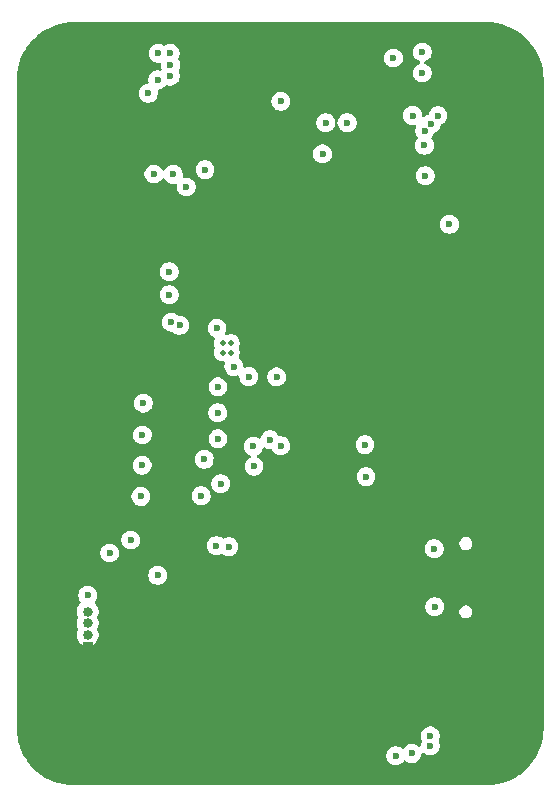
<source format=gbr>
%TF.GenerationSoftware,KiCad,Pcbnew,9.0.3*%
%TF.CreationDate,2025-12-02T23:18:34-08:00*%
%TF.ProjectId,AS 3,41532033-2e6b-4696-9361-645f70636258,V3*%
%TF.SameCoordinates,Original*%
%TF.FileFunction,Copper,L2,Inr*%
%TF.FilePolarity,Positive*%
%FSLAX46Y46*%
G04 Gerber Fmt 4.6, Leading zero omitted, Abs format (unit mm)*
G04 Created by KiCad (PCBNEW 9.0.3) date 2025-12-02 23:18:34*
%MOMM*%
%LPD*%
G01*
G04 APERTURE LIST*
%TA.AperFunction,ComponentPad*%
%ADD10C,3.600000*%
%TD*%
%TA.AperFunction,ComponentPad*%
%ADD11C,0.500000*%
%TD*%
%TA.AperFunction,HeatsinkPad*%
%ADD12C,0.450000*%
%TD*%
%TA.AperFunction,ComponentPad*%
%ADD13R,0.840000X0.840000*%
%TD*%
%TA.AperFunction,ComponentPad*%
%ADD14C,0.840000*%
%TD*%
%TA.AperFunction,HeatsinkPad*%
%ADD15O,2.100000X1.000000*%
%TD*%
%TA.AperFunction,HeatsinkPad*%
%ADD16O,1.600000X1.000000*%
%TD*%
%TA.AperFunction,ViaPad*%
%ADD17C,0.600000*%
%TD*%
%TA.AperFunction,ViaPad*%
%ADD18C,0.500000*%
%TD*%
G04 APERTURE END LIST*
D10*
%TO.N,GND*%
%TO.C,H3*%
X90000000Y-110000000D03*
%TD*%
D11*
%TO.N,+5VMUX*%
%TO.C,U6*%
X67625000Y-78175000D03*
%TO.N,+5VBus*%
X68325000Y-78175000D03*
%TO.N,+5V*%
X68325000Y-77375000D03*
%TO.N,+5VMUX*%
X67625000Y-77375000D03*
%TD*%
D12*
%TO.N,GND*%
%TO.C,U1*%
X74575000Y-104450000D03*
X75275000Y-106550000D03*
X75275000Y-105150000D03*
X74575000Y-107250000D03*
X74575000Y-105850000D03*
X73875000Y-106550000D03*
X73875000Y-105150000D03*
X73175000Y-107250000D03*
X73175000Y-105850000D03*
X73175000Y-104450000D03*
X72475000Y-106550000D03*
X72475000Y-105150000D03*
%TD*%
D13*
%TO.N,GND*%
%TO.C,J2*%
X56200000Y-103100000D03*
D14*
%TO.N,/TXD0*%
X56200000Y-102100000D03*
%TO.N,/RXD0*%
X56200000Y-101100000D03*
%TO.N,+3.3V*%
X56200000Y-100100000D03*
%TD*%
D10*
%TO.N,GND*%
%TO.C,H2*%
X90000000Y-55000000D03*
%TD*%
%TO.N,GND*%
%TO.C,H4*%
X55000000Y-110000000D03*
%TD*%
D15*
%TO.N,GND*%
%TO.C,J3*%
X87680000Y-101550000D03*
D16*
X91860000Y-101550000D03*
D15*
X87680000Y-92910000D03*
D16*
X91860000Y-92910000D03*
%TD*%
D10*
%TO.N,GND*%
%TO.C,H1*%
X55000000Y-55000000D03*
%TD*%
D17*
%TO.N,+12V*%
X66130000Y-62690000D03*
X64540000Y-64150000D03*
X63440000Y-63090000D03*
X61800000Y-63050000D03*
X61330000Y-56210000D03*
X62130000Y-55080000D03*
X63190000Y-54760000D03*
X63200000Y-53820000D03*
X63170000Y-52830000D03*
X62170000Y-52830000D03*
%TO.N,GND*%
X85340000Y-103510000D03*
X59410000Y-56160000D03*
X59410000Y-51520000D03*
X79110000Y-93860000D03*
%TO.N,+3.3V*%
X85210000Y-110630000D03*
X85190000Y-111480000D03*
%TO.N,GND*%
X80020000Y-58700000D03*
X63250000Y-84730000D03*
X70330000Y-89390000D03*
%TO.N,+3.3V*%
X56200000Y-98725000D03*
%TO.N,GND*%
X64150000Y-90980000D03*
X84630000Y-93480000D03*
X69050000Y-83000000D03*
D18*
X80360000Y-62150000D03*
X79825000Y-61900000D03*
D17*
X77400000Y-62975000D03*
X77400000Y-61650000D03*
X77425000Y-62275000D03*
X78125000Y-62264999D03*
X79075001Y-62264999D03*
X64162500Y-77762500D03*
X90230000Y-79360000D03*
X77500000Y-100000000D03*
X75000000Y-102500000D03*
X77500000Y-102500000D03*
X67500000Y-110000000D03*
X71000000Y-83100000D03*
X67500000Y-105000000D03*
X65300000Y-81125000D03*
X54610000Y-96040000D03*
X83800000Y-84600000D03*
X70000000Y-107500000D03*
X79650000Y-53800000D03*
X69610000Y-78140000D03*
X72500000Y-110000000D03*
X64470000Y-86160000D03*
X77500000Y-112500000D03*
X77500000Y-105000000D03*
X84360000Y-113860000D03*
X83800000Y-87380000D03*
X62875000Y-78500000D03*
X60875000Y-67150000D03*
X70000000Y-112500000D03*
X67500000Y-102500000D03*
X70000000Y-102500000D03*
X51820000Y-72410000D03*
X70000000Y-110000000D03*
X72225000Y-78375000D03*
X67500000Y-107500000D03*
X54425000Y-82450000D03*
X70000000Y-100000000D03*
X62400000Y-113600000D03*
X75000000Y-110000000D03*
X77500000Y-107500000D03*
X82680000Y-61710000D03*
X67500000Y-100000000D03*
X64370000Y-72410000D03*
X65175000Y-73300000D03*
X65325000Y-83275000D03*
X75000000Y-100000000D03*
X57800000Y-58125000D03*
X87865000Y-103210000D03*
X90250000Y-60550000D03*
X71350000Y-71725000D03*
X85825000Y-53800000D03*
X66537500Y-78987500D03*
X66200000Y-67525000D03*
X54430000Y-85170000D03*
X54475000Y-87700000D03*
X73375000Y-61350000D03*
X54525000Y-93000000D03*
X67200000Y-71925000D03*
X72500000Y-112500000D03*
X90220000Y-71325000D03*
X70000000Y-105000000D03*
X54550000Y-90375000D03*
X67500000Y-112500000D03*
X72500000Y-102500000D03*
X82530000Y-63250000D03*
X84050000Y-95875000D03*
X75000000Y-112500000D03*
X80000000Y-113625000D03*
X84525000Y-51150000D03*
X84075000Y-99575000D03*
X87975000Y-91225000D03*
X82950000Y-113925000D03*
X73400000Y-63875000D03*
X78375000Y-53800000D03*
X56200000Y-104060000D03*
X82620000Y-51870000D03*
X86080000Y-113880000D03*
X84200000Y-108170000D03*
X72500000Y-100000000D03*
X81610000Y-62090000D03*
X80675000Y-59500000D03*
X67025000Y-87475000D03*
X54700000Y-64175000D03*
X82250000Y-113600000D03*
X82500000Y-62450000D03*
X65325000Y-85475000D03*
X69300000Y-72200000D03*
X57750000Y-72075000D03*
X81590000Y-63630000D03*
X64750000Y-113625000D03*
X64925000Y-80250000D03*
X90240000Y-68580000D03*
X77500000Y-110000000D03*
%TO.N,+5V*%
X60825000Y-85150000D03*
%TO.N,+3.3V*%
X71630000Y-85550000D03*
X70225000Y-86100000D03*
X70275000Y-87800000D03*
X84520000Y-54500000D03*
X82275000Y-112305000D03*
X84520000Y-52725000D03*
X83640000Y-112110000D03*
X85850000Y-58110000D03*
X58053750Y-95140000D03*
X85275000Y-58800000D03*
X84710000Y-60625000D03*
X84720000Y-59375000D03*
X59828750Y-94040000D03*
X67450000Y-89275000D03*
X72530000Y-86060000D03*
%TO.N,/BOOT*%
X62125000Y-97025000D03*
X86825000Y-67300000D03*
%TO.N,/SDA*%
X82080000Y-53230000D03*
X67100000Y-94525000D03*
%TO.N,/SCL*%
X83700000Y-58100000D03*
X68150000Y-94600000D03*
%TO.N,+12VA*%
X76075000Y-61350000D03*
X60900000Y-82450000D03*
X78170000Y-58710000D03*
X76340000Y-58720000D03*
X72550000Y-56900000D03*
%TO.N,/PG*%
X84785000Y-63190000D03*
X65800000Y-90300000D03*
%TO.N,+5VBus*%
X72195000Y-80230000D03*
X85575000Y-99680000D03*
X69825000Y-80200000D03*
X68575000Y-79350000D03*
X85535000Y-94780000D03*
X60800000Y-87700000D03*
X79670000Y-85970000D03*
X79760000Y-88680000D03*
%TO.N,+5VMUX*%
X60700000Y-90350000D03*
X63110000Y-71330000D03*
X67200000Y-83270000D03*
X67139999Y-76090001D03*
X63250000Y-75590000D03*
X66075000Y-87200000D03*
X67225000Y-81080000D03*
X63970000Y-75860000D03*
X67225000Y-85475000D03*
X63110000Y-73270000D03*
%TD*%
%TA.AperFunction,Conductor*%
%TO.N,GND*%
G36*
X90002702Y-50200617D02*
G01*
X90412917Y-50218528D01*
X90423654Y-50219468D01*
X90828057Y-50272708D01*
X90838695Y-50274583D01*
X91236925Y-50362869D01*
X91247365Y-50365667D01*
X91636363Y-50488317D01*
X91646524Y-50492015D01*
X92023363Y-50648108D01*
X92033155Y-50652674D01*
X92394965Y-50841020D01*
X92404305Y-50846413D01*
X92689636Y-51028189D01*
X92748309Y-51065568D01*
X92757170Y-51071772D01*
X93080766Y-51320076D01*
X93089053Y-51327030D01*
X93389767Y-51602583D01*
X93397416Y-51610232D01*
X93672969Y-51910946D01*
X93679923Y-51919233D01*
X93928227Y-52242829D01*
X93934431Y-52251690D01*
X93994403Y-52345827D01*
X94087209Y-52491503D01*
X94153578Y-52595680D01*
X94158983Y-52605042D01*
X94180385Y-52646153D01*
X94347322Y-52966838D01*
X94351894Y-52976642D01*
X94507983Y-53353473D01*
X94511683Y-53363639D01*
X94634331Y-53752630D01*
X94637131Y-53763078D01*
X94725414Y-54161296D01*
X94727292Y-54171950D01*
X94780529Y-54576326D01*
X94781472Y-54587102D01*
X94799382Y-54997297D01*
X94799500Y-55002706D01*
X94799500Y-109997293D01*
X94799382Y-110002702D01*
X94781472Y-110412897D01*
X94780529Y-110423673D01*
X94727292Y-110828049D01*
X94725414Y-110838703D01*
X94637131Y-111236921D01*
X94634331Y-111247369D01*
X94511683Y-111636360D01*
X94507983Y-111646526D01*
X94351894Y-112023357D01*
X94347322Y-112033161D01*
X94158987Y-112394951D01*
X94153578Y-112404319D01*
X93934431Y-112748309D01*
X93928227Y-112757170D01*
X93679923Y-113080766D01*
X93672969Y-113089053D01*
X93397416Y-113389767D01*
X93389767Y-113397416D01*
X93089053Y-113672969D01*
X93080766Y-113679923D01*
X92757170Y-113928227D01*
X92748309Y-113934431D01*
X92404319Y-114153578D01*
X92394951Y-114158987D01*
X92033161Y-114347322D01*
X92023357Y-114351894D01*
X91646526Y-114507983D01*
X91636360Y-114511683D01*
X91247369Y-114634331D01*
X91236921Y-114637131D01*
X90838703Y-114725414D01*
X90828049Y-114727292D01*
X90423673Y-114780529D01*
X90412897Y-114781472D01*
X90002703Y-114799382D01*
X89997294Y-114799500D01*
X55002706Y-114799500D01*
X54997297Y-114799382D01*
X54587102Y-114781472D01*
X54576326Y-114780529D01*
X54171950Y-114727292D01*
X54161296Y-114725414D01*
X53763078Y-114637131D01*
X53752630Y-114634331D01*
X53363639Y-114511683D01*
X53353473Y-114507983D01*
X52976642Y-114351894D01*
X52966838Y-114347322D01*
X52847126Y-114285004D01*
X52605042Y-114158983D01*
X52595686Y-114153582D01*
X52423685Y-114044004D01*
X52251690Y-113934431D01*
X52242829Y-113928227D01*
X51919233Y-113679923D01*
X51910946Y-113672969D01*
X51610232Y-113397416D01*
X51602583Y-113389767D01*
X51327030Y-113089053D01*
X51320076Y-113080766D01*
X51071772Y-112757170D01*
X51065568Y-112748309D01*
X51024716Y-112684185D01*
X50846413Y-112404305D01*
X50841020Y-112394965D01*
X50753142Y-112226153D01*
X81474500Y-112226153D01*
X81474500Y-112383846D01*
X81505261Y-112538489D01*
X81505264Y-112538501D01*
X81565602Y-112684172D01*
X81565609Y-112684185D01*
X81653210Y-112815288D01*
X81653213Y-112815292D01*
X81764707Y-112926786D01*
X81764711Y-112926789D01*
X81895814Y-113014390D01*
X81895827Y-113014397D01*
X82041498Y-113074735D01*
X82041503Y-113074737D01*
X82196153Y-113105499D01*
X82196156Y-113105500D01*
X82196158Y-113105500D01*
X82353844Y-113105500D01*
X82353845Y-113105499D01*
X82508497Y-113074737D01*
X82654179Y-113014394D01*
X82785289Y-112926789D01*
X82896789Y-112815289D01*
X82939587Y-112751237D01*
X82993197Y-112706434D01*
X83062522Y-112697726D01*
X83125550Y-112727880D01*
X83129436Y-112731563D01*
X83129711Y-112731789D01*
X83260814Y-112819390D01*
X83260827Y-112819397D01*
X83406498Y-112879735D01*
X83406503Y-112879737D01*
X83561153Y-112910499D01*
X83561156Y-112910500D01*
X83561158Y-112910500D01*
X83718844Y-112910500D01*
X83718845Y-112910499D01*
X83873497Y-112879737D01*
X84019179Y-112819394D01*
X84150289Y-112731789D01*
X84261789Y-112620289D01*
X84349394Y-112489179D01*
X84409737Y-112343497D01*
X84440500Y-112188842D01*
X84440500Y-112161941D01*
X84460185Y-112094902D01*
X84512989Y-112049147D01*
X84582147Y-112039203D01*
X84645703Y-112068228D01*
X84652181Y-112074260D01*
X84679707Y-112101786D01*
X84679711Y-112101789D01*
X84810814Y-112189390D01*
X84810827Y-112189397D01*
X84956498Y-112249735D01*
X84956503Y-112249737D01*
X85095186Y-112277323D01*
X85111153Y-112280499D01*
X85111156Y-112280500D01*
X85111158Y-112280500D01*
X85268844Y-112280500D01*
X85268845Y-112280499D01*
X85423497Y-112249737D01*
X85569179Y-112189394D01*
X85700289Y-112101789D01*
X85811789Y-111990289D01*
X85899394Y-111859179D01*
X85959737Y-111713497D01*
X85990500Y-111558842D01*
X85990500Y-111401158D01*
X85990500Y-111401155D01*
X85990499Y-111401153D01*
X85959738Y-111246510D01*
X85959737Y-111246503D01*
X85908977Y-111123958D01*
X85901509Y-111054490D01*
X85917444Y-111015037D01*
X85916525Y-111014546D01*
X85919390Y-111009184D01*
X85919394Y-111009179D01*
X85979737Y-110863497D01*
X86010500Y-110708842D01*
X86010500Y-110551158D01*
X86010500Y-110551155D01*
X86010499Y-110551153D01*
X85985141Y-110423673D01*
X85979737Y-110396503D01*
X85979735Y-110396498D01*
X85919397Y-110250827D01*
X85919390Y-110250814D01*
X85831789Y-110119711D01*
X85831786Y-110119707D01*
X85720292Y-110008213D01*
X85720288Y-110008210D01*
X85589185Y-109920609D01*
X85589172Y-109920602D01*
X85443501Y-109860264D01*
X85443489Y-109860261D01*
X85288845Y-109829500D01*
X85288842Y-109829500D01*
X85131158Y-109829500D01*
X85131155Y-109829500D01*
X84976510Y-109860261D01*
X84976498Y-109860264D01*
X84830827Y-109920602D01*
X84830814Y-109920609D01*
X84699711Y-110008210D01*
X84699707Y-110008213D01*
X84588213Y-110119707D01*
X84588210Y-110119711D01*
X84500609Y-110250814D01*
X84500602Y-110250827D01*
X84440264Y-110396498D01*
X84440261Y-110396510D01*
X84409500Y-110551153D01*
X84409500Y-110708846D01*
X84440261Y-110863489D01*
X84440264Y-110863501D01*
X84491021Y-110986040D01*
X84498490Y-111055509D01*
X84482562Y-111094963D01*
X84483476Y-111095452D01*
X84480604Y-111100823D01*
X84420264Y-111246498D01*
X84420261Y-111246510D01*
X84389500Y-111401153D01*
X84389500Y-111428059D01*
X84369815Y-111495098D01*
X84317011Y-111540853D01*
X84247853Y-111550797D01*
X84184297Y-111521772D01*
X84177819Y-111515740D01*
X84150292Y-111488213D01*
X84150288Y-111488210D01*
X84019185Y-111400609D01*
X84019172Y-111400602D01*
X83873501Y-111340264D01*
X83873489Y-111340261D01*
X83718845Y-111309500D01*
X83718842Y-111309500D01*
X83561158Y-111309500D01*
X83561155Y-111309500D01*
X83406510Y-111340261D01*
X83406498Y-111340264D01*
X83260827Y-111400602D01*
X83260814Y-111400609D01*
X83129711Y-111488210D01*
X83129707Y-111488213D01*
X83018213Y-111599707D01*
X82975413Y-111663762D01*
X82921800Y-111708566D01*
X82852475Y-111717273D01*
X82789448Y-111687118D01*
X82785564Y-111683436D01*
X82785288Y-111683210D01*
X82654185Y-111595609D01*
X82654172Y-111595602D01*
X82508501Y-111535264D01*
X82508489Y-111535261D01*
X82353845Y-111504500D01*
X82353842Y-111504500D01*
X82196158Y-111504500D01*
X82196155Y-111504500D01*
X82041510Y-111535261D01*
X82041498Y-111535264D01*
X81895827Y-111595602D01*
X81895814Y-111595609D01*
X81764711Y-111683210D01*
X81764707Y-111683213D01*
X81653213Y-111794707D01*
X81653210Y-111794711D01*
X81565609Y-111925814D01*
X81565602Y-111925827D01*
X81505264Y-112071498D01*
X81505261Y-112071510D01*
X81474500Y-112226153D01*
X50753142Y-112226153D01*
X50652674Y-112033155D01*
X50648105Y-112023357D01*
X50634407Y-111990288D01*
X50492015Y-111646524D01*
X50488316Y-111636360D01*
X50476759Y-111599707D01*
X50365667Y-111247365D01*
X50362868Y-111236921D01*
X50332696Y-111100823D01*
X50274583Y-110838695D01*
X50272707Y-110828049D01*
X50257014Y-110708846D01*
X50219468Y-110423654D01*
X50218528Y-110412917D01*
X50200618Y-110002702D01*
X50200500Y-109997293D01*
X50200500Y-100009334D01*
X55279500Y-100009334D01*
X55279500Y-100190665D01*
X55314872Y-100368492D01*
X55314874Y-100368500D01*
X55384261Y-100536017D01*
X55387136Y-100541395D01*
X55384705Y-100542694D01*
X55401866Y-100598289D01*
X55385326Y-100657637D01*
X55387136Y-100658605D01*
X55384261Y-100663982D01*
X55314874Y-100831499D01*
X55314872Y-100831507D01*
X55279500Y-101009334D01*
X55279500Y-101190665D01*
X55314872Y-101368492D01*
X55314874Y-101368500D01*
X55384261Y-101536017D01*
X55387136Y-101541395D01*
X55384705Y-101542694D01*
X55401866Y-101598289D01*
X55385326Y-101657637D01*
X55387136Y-101658605D01*
X55384261Y-101663982D01*
X55314874Y-101831499D01*
X55314872Y-101831507D01*
X55279500Y-102009334D01*
X55279500Y-102190665D01*
X55314872Y-102368492D01*
X55314874Y-102368500D01*
X55384261Y-102536017D01*
X55384266Y-102536026D01*
X55485000Y-102686784D01*
X55485003Y-102686788D01*
X55613211Y-102814996D01*
X55613215Y-102814999D01*
X55763973Y-102915733D01*
X55763979Y-102915736D01*
X55763980Y-102915737D01*
X55931500Y-102985126D01*
X56109334Y-103020499D01*
X56109338Y-103020500D01*
X56109339Y-103020500D01*
X56290662Y-103020500D01*
X56290663Y-103020499D01*
X56468500Y-102985126D01*
X56636020Y-102915737D01*
X56786785Y-102814999D01*
X56914999Y-102686785D01*
X57015737Y-102536020D01*
X57085126Y-102368500D01*
X57120500Y-102190661D01*
X57120500Y-102009339D01*
X57085126Y-101831500D01*
X57015737Y-101663980D01*
X57012868Y-101658613D01*
X57015388Y-101657265D01*
X56998141Y-101602269D01*
X57014564Y-101542294D01*
X57012868Y-101541387D01*
X57015734Y-101536023D01*
X57015737Y-101536020D01*
X57085126Y-101368500D01*
X57120500Y-101190661D01*
X57120500Y-101009339D01*
X57085126Y-100831500D01*
X57015737Y-100663980D01*
X57012868Y-100658613D01*
X57015388Y-100657265D01*
X56998141Y-100602269D01*
X57014564Y-100542294D01*
X57012868Y-100541387D01*
X57015734Y-100536023D01*
X57015737Y-100536020D01*
X57085126Y-100368500D01*
X57120500Y-100190661D01*
X57120500Y-100009339D01*
X57085126Y-99831500D01*
X57015737Y-99663980D01*
X57015736Y-99663979D01*
X57015733Y-99663973D01*
X57015725Y-99663961D01*
X57015724Y-99663959D01*
X57015722Y-99663957D01*
X56973758Y-99601153D01*
X84774500Y-99601153D01*
X84774500Y-99758846D01*
X84805261Y-99913489D01*
X84805264Y-99913501D01*
X84865602Y-100059172D01*
X84865609Y-100059185D01*
X84953210Y-100190288D01*
X84953213Y-100190292D01*
X85064707Y-100301786D01*
X85064711Y-100301789D01*
X85195814Y-100389390D01*
X85195827Y-100389397D01*
X85341498Y-100449735D01*
X85341503Y-100449737D01*
X85496153Y-100480499D01*
X85496156Y-100480500D01*
X85496158Y-100480500D01*
X85653844Y-100480500D01*
X85653845Y-100480499D01*
X85808497Y-100449737D01*
X85954179Y-100389394D01*
X86085289Y-100301789D01*
X86196789Y-100190289D01*
X86284394Y-100059179D01*
X86284397Y-100059172D01*
X86289221Y-100047525D01*
X87659500Y-100047525D01*
X87659500Y-100192475D01*
X87688790Y-100301786D01*
X87697017Y-100332488D01*
X87769488Y-100458011D01*
X87769490Y-100458013D01*
X87769491Y-100458015D01*
X87871985Y-100560509D01*
X87871986Y-100560510D01*
X87871988Y-100560511D01*
X87997511Y-100632982D01*
X87997512Y-100632982D01*
X87997515Y-100632984D01*
X88137525Y-100670500D01*
X88137528Y-100670500D01*
X88282472Y-100670500D01*
X88282475Y-100670500D01*
X88422485Y-100632984D01*
X88548015Y-100560509D01*
X88650509Y-100458015D01*
X88722984Y-100332485D01*
X88760500Y-100192475D01*
X88760500Y-100047525D01*
X88722984Y-99907515D01*
X88650509Y-99781985D01*
X88548015Y-99679491D01*
X88548013Y-99679490D01*
X88548011Y-99679488D01*
X88422488Y-99607017D01*
X88422489Y-99607017D01*
X88400623Y-99601158D01*
X88282475Y-99569500D01*
X88137525Y-99569500D01*
X88019377Y-99601158D01*
X87997511Y-99607017D01*
X87871988Y-99679488D01*
X87871982Y-99679493D01*
X87769493Y-99781982D01*
X87769488Y-99781988D01*
X87697017Y-99907511D01*
X87697016Y-99907515D01*
X87659500Y-100047525D01*
X86289221Y-100047525D01*
X86312243Y-99991946D01*
X86344735Y-99913501D01*
X86344737Y-99913497D01*
X86375500Y-99758842D01*
X86375500Y-99601158D01*
X86375500Y-99601155D01*
X86375499Y-99601153D01*
X86344738Y-99446510D01*
X86344737Y-99446503D01*
X86284585Y-99301281D01*
X86284397Y-99300827D01*
X86284390Y-99300814D01*
X86196789Y-99169711D01*
X86196786Y-99169707D01*
X86085292Y-99058213D01*
X86085288Y-99058210D01*
X85954185Y-98970609D01*
X85954172Y-98970602D01*
X85808501Y-98910264D01*
X85808489Y-98910261D01*
X85653845Y-98879500D01*
X85653842Y-98879500D01*
X85496158Y-98879500D01*
X85496155Y-98879500D01*
X85341510Y-98910261D01*
X85341498Y-98910264D01*
X85195827Y-98970602D01*
X85195814Y-98970609D01*
X85064711Y-99058210D01*
X85064707Y-99058213D01*
X84953213Y-99169707D01*
X84953210Y-99169711D01*
X84865609Y-99300814D01*
X84865602Y-99300827D01*
X84805264Y-99446498D01*
X84805261Y-99446510D01*
X84774500Y-99601153D01*
X56973758Y-99601153D01*
X56914999Y-99513215D01*
X56914996Y-99513211D01*
X56817112Y-99415327D01*
X56783627Y-99354004D01*
X56788611Y-99284312D01*
X56817115Y-99239962D01*
X56821789Y-99235289D01*
X56909394Y-99104179D01*
X56969737Y-98958497D01*
X57000500Y-98803842D01*
X57000500Y-98646158D01*
X57000500Y-98646155D01*
X57000499Y-98646153D01*
X56969738Y-98491510D01*
X56969737Y-98491503D01*
X56969735Y-98491498D01*
X56909397Y-98345827D01*
X56909390Y-98345814D01*
X56821789Y-98214711D01*
X56821786Y-98214707D01*
X56710292Y-98103213D01*
X56710288Y-98103210D01*
X56579185Y-98015609D01*
X56579172Y-98015602D01*
X56433501Y-97955264D01*
X56433489Y-97955261D01*
X56278845Y-97924500D01*
X56278842Y-97924500D01*
X56121158Y-97924500D01*
X56121155Y-97924500D01*
X55966510Y-97955261D01*
X55966498Y-97955264D01*
X55820827Y-98015602D01*
X55820814Y-98015609D01*
X55689711Y-98103210D01*
X55689707Y-98103213D01*
X55578213Y-98214707D01*
X55578210Y-98214711D01*
X55490609Y-98345814D01*
X55490602Y-98345827D01*
X55430264Y-98491498D01*
X55430261Y-98491510D01*
X55399500Y-98646153D01*
X55399500Y-98803846D01*
X55430261Y-98958489D01*
X55430264Y-98958501D01*
X55490602Y-99104172D01*
X55490609Y-99104185D01*
X55578210Y-99235288D01*
X55578211Y-99235290D01*
X55582882Y-99239960D01*
X55616371Y-99301281D01*
X55611390Y-99370973D01*
X55582888Y-99415327D01*
X55485000Y-99513215D01*
X55384266Y-99663973D01*
X55384261Y-99663982D01*
X55314874Y-99831499D01*
X55314872Y-99831507D01*
X55279500Y-100009334D01*
X50200500Y-100009334D01*
X50200500Y-96946153D01*
X61324500Y-96946153D01*
X61324500Y-97103846D01*
X61355261Y-97258489D01*
X61355264Y-97258501D01*
X61415602Y-97404172D01*
X61415609Y-97404185D01*
X61503210Y-97535288D01*
X61503213Y-97535292D01*
X61614707Y-97646786D01*
X61614711Y-97646789D01*
X61745814Y-97734390D01*
X61745827Y-97734397D01*
X61891498Y-97794735D01*
X61891503Y-97794737D01*
X62046153Y-97825499D01*
X62046156Y-97825500D01*
X62046158Y-97825500D01*
X62203844Y-97825500D01*
X62203845Y-97825499D01*
X62358497Y-97794737D01*
X62504179Y-97734394D01*
X62635289Y-97646789D01*
X62746789Y-97535289D01*
X62834394Y-97404179D01*
X62894737Y-97258497D01*
X62925500Y-97103842D01*
X62925500Y-96946158D01*
X62925500Y-96946155D01*
X62925499Y-96946153D01*
X62894738Y-96791510D01*
X62894737Y-96791503D01*
X62894735Y-96791498D01*
X62834397Y-96645827D01*
X62834390Y-96645814D01*
X62746789Y-96514711D01*
X62746786Y-96514707D01*
X62635292Y-96403213D01*
X62635288Y-96403210D01*
X62504185Y-96315609D01*
X62504172Y-96315602D01*
X62358501Y-96255264D01*
X62358489Y-96255261D01*
X62203845Y-96224500D01*
X62203842Y-96224500D01*
X62046158Y-96224500D01*
X62046155Y-96224500D01*
X61891510Y-96255261D01*
X61891498Y-96255264D01*
X61745827Y-96315602D01*
X61745814Y-96315609D01*
X61614711Y-96403210D01*
X61614707Y-96403213D01*
X61503213Y-96514707D01*
X61503210Y-96514711D01*
X61415609Y-96645814D01*
X61415602Y-96645827D01*
X61355264Y-96791498D01*
X61355261Y-96791510D01*
X61324500Y-96946153D01*
X50200500Y-96946153D01*
X50200500Y-95061153D01*
X57253250Y-95061153D01*
X57253250Y-95218846D01*
X57284011Y-95373489D01*
X57284014Y-95373501D01*
X57344352Y-95519172D01*
X57344359Y-95519185D01*
X57431960Y-95650288D01*
X57431963Y-95650292D01*
X57543457Y-95761786D01*
X57543461Y-95761789D01*
X57674564Y-95849390D01*
X57674577Y-95849397D01*
X57820248Y-95909735D01*
X57820253Y-95909737D01*
X57974903Y-95940499D01*
X57974906Y-95940500D01*
X57974908Y-95940500D01*
X58132594Y-95940500D01*
X58132595Y-95940499D01*
X58287247Y-95909737D01*
X58432929Y-95849394D01*
X58564039Y-95761789D01*
X58675539Y-95650289D01*
X58763144Y-95519179D01*
X58823487Y-95373497D01*
X58854250Y-95218842D01*
X58854250Y-95061158D01*
X58854250Y-95061155D01*
X58854249Y-95061153D01*
X58844770Y-95013501D01*
X58823487Y-94906503D01*
X58822524Y-94904179D01*
X58763147Y-94760827D01*
X58763140Y-94760814D01*
X58675539Y-94629711D01*
X58675536Y-94629707D01*
X58564042Y-94518213D01*
X58564038Y-94518210D01*
X58432935Y-94430609D01*
X58432922Y-94430602D01*
X58287251Y-94370264D01*
X58287239Y-94370261D01*
X58132595Y-94339500D01*
X58132592Y-94339500D01*
X57974908Y-94339500D01*
X57974905Y-94339500D01*
X57820260Y-94370261D01*
X57820248Y-94370264D01*
X57674577Y-94430602D01*
X57674564Y-94430609D01*
X57543461Y-94518210D01*
X57543457Y-94518213D01*
X57431963Y-94629707D01*
X57431960Y-94629711D01*
X57344359Y-94760814D01*
X57344352Y-94760827D01*
X57284014Y-94906498D01*
X57284011Y-94906510D01*
X57253250Y-95061153D01*
X50200500Y-95061153D01*
X50200500Y-93961153D01*
X59028250Y-93961153D01*
X59028250Y-94118846D01*
X59059011Y-94273489D01*
X59059014Y-94273501D01*
X59119352Y-94419172D01*
X59119359Y-94419185D01*
X59206960Y-94550288D01*
X59206963Y-94550292D01*
X59318457Y-94661786D01*
X59318461Y-94661789D01*
X59449564Y-94749390D01*
X59449577Y-94749397D01*
X59595248Y-94809735D01*
X59595253Y-94809737D01*
X59714662Y-94833489D01*
X59749903Y-94840499D01*
X59749906Y-94840500D01*
X59749908Y-94840500D01*
X59907594Y-94840500D01*
X59907595Y-94840499D01*
X60062247Y-94809737D01*
X60180342Y-94760821D01*
X60207922Y-94749397D01*
X60207922Y-94749396D01*
X60207929Y-94749394D01*
X60339039Y-94661789D01*
X60450539Y-94550289D01*
X60520121Y-94446153D01*
X66299500Y-94446153D01*
X66299500Y-94603846D01*
X66330261Y-94758489D01*
X66330264Y-94758501D01*
X66390602Y-94904172D01*
X66390609Y-94904185D01*
X66478210Y-95035288D01*
X66478213Y-95035292D01*
X66589707Y-95146786D01*
X66589711Y-95146789D01*
X66720814Y-95234390D01*
X66720827Y-95234397D01*
X66866498Y-95294735D01*
X66866503Y-95294737D01*
X67021153Y-95325499D01*
X67021156Y-95325500D01*
X67021158Y-95325500D01*
X67178844Y-95325500D01*
X67178845Y-95325499D01*
X67333497Y-95294737D01*
X67479179Y-95234394D01*
X67499984Y-95220491D01*
X67566658Y-95199612D01*
X67634038Y-95218094D01*
X67637767Y-95220490D01*
X67770814Y-95309390D01*
X67770827Y-95309397D01*
X67916498Y-95369735D01*
X67916503Y-95369737D01*
X68071153Y-95400499D01*
X68071156Y-95400500D01*
X68071158Y-95400500D01*
X68228844Y-95400500D01*
X68228845Y-95400499D01*
X68383497Y-95369737D01*
X68529179Y-95309394D01*
X68660289Y-95221789D01*
X68771789Y-95110289D01*
X68859394Y-94979179D01*
X68919737Y-94833497D01*
X68946062Y-94701153D01*
X84734500Y-94701153D01*
X84734500Y-94858846D01*
X84765261Y-95013489D01*
X84765264Y-95013501D01*
X84825602Y-95159172D01*
X84825609Y-95159185D01*
X84913210Y-95290288D01*
X84913213Y-95290292D01*
X85024707Y-95401786D01*
X85024711Y-95401789D01*
X85155814Y-95489390D01*
X85155827Y-95489397D01*
X85227743Y-95519185D01*
X85301503Y-95549737D01*
X85456153Y-95580499D01*
X85456156Y-95580500D01*
X85456158Y-95580500D01*
X85613844Y-95580500D01*
X85613845Y-95580499D01*
X85768497Y-95549737D01*
X85914179Y-95489394D01*
X86045289Y-95401789D01*
X86156789Y-95290289D01*
X86244394Y-95159179D01*
X86304737Y-95013497D01*
X86335500Y-94858842D01*
X86335500Y-94701158D01*
X86335500Y-94701155D01*
X86335499Y-94701153D01*
X86330897Y-94678017D01*
X86304737Y-94546503D01*
X86263171Y-94446153D01*
X86244397Y-94400827D01*
X86244390Y-94400814D01*
X86195930Y-94328289D01*
X86156789Y-94269711D01*
X86156786Y-94269707D01*
X86154604Y-94267525D01*
X87659500Y-94267525D01*
X87659500Y-94412475D01*
X87697016Y-94552485D01*
X87697017Y-94552488D01*
X87769488Y-94678011D01*
X87769490Y-94678013D01*
X87769491Y-94678015D01*
X87871985Y-94780509D01*
X87871986Y-94780510D01*
X87871988Y-94780511D01*
X87997511Y-94852982D01*
X87997512Y-94852982D01*
X87997515Y-94852984D01*
X88137525Y-94890500D01*
X88137528Y-94890500D01*
X88282472Y-94890500D01*
X88282475Y-94890500D01*
X88422485Y-94852984D01*
X88548015Y-94780509D01*
X88650509Y-94678015D01*
X88722984Y-94552485D01*
X88760500Y-94412475D01*
X88760500Y-94267525D01*
X88722984Y-94127515D01*
X88701155Y-94089707D01*
X88650511Y-94001988D01*
X88650506Y-94001982D01*
X88548017Y-93899493D01*
X88548011Y-93899488D01*
X88422488Y-93827017D01*
X88422489Y-93827017D01*
X88411006Y-93823940D01*
X88282475Y-93789500D01*
X88137525Y-93789500D01*
X88008993Y-93823940D01*
X87997511Y-93827017D01*
X87871988Y-93899488D01*
X87871982Y-93899493D01*
X87769493Y-94001982D01*
X87769488Y-94001988D01*
X87697017Y-94127511D01*
X87697016Y-94127515D01*
X87659500Y-94267525D01*
X86154604Y-94267525D01*
X86045292Y-94158213D01*
X86045288Y-94158210D01*
X85914185Y-94070609D01*
X85914172Y-94070602D01*
X85768501Y-94010264D01*
X85768489Y-94010261D01*
X85613845Y-93979500D01*
X85613842Y-93979500D01*
X85456158Y-93979500D01*
X85456155Y-93979500D01*
X85301510Y-94010261D01*
X85301498Y-94010264D01*
X85155827Y-94070602D01*
X85155814Y-94070609D01*
X85024711Y-94158210D01*
X85024707Y-94158213D01*
X84913213Y-94269707D01*
X84913210Y-94269711D01*
X84825609Y-94400814D01*
X84825602Y-94400827D01*
X84765264Y-94546498D01*
X84765261Y-94546510D01*
X84734500Y-94701153D01*
X68946062Y-94701153D01*
X68950500Y-94678842D01*
X68950500Y-94521158D01*
X68950500Y-94521155D01*
X68950499Y-94521153D01*
X68935580Y-94446153D01*
X68919737Y-94366503D01*
X68908552Y-94339500D01*
X68859397Y-94220827D01*
X68859390Y-94220814D01*
X68771789Y-94089711D01*
X68771786Y-94089707D01*
X68660292Y-93978213D01*
X68660288Y-93978210D01*
X68529185Y-93890609D01*
X68529172Y-93890602D01*
X68383501Y-93830264D01*
X68383489Y-93830261D01*
X68228845Y-93799500D01*
X68228842Y-93799500D01*
X68071158Y-93799500D01*
X68071155Y-93799500D01*
X67916510Y-93830261D01*
X67916498Y-93830264D01*
X67770827Y-93890602D01*
X67770818Y-93890607D01*
X67750011Y-93904510D01*
X67683333Y-93925386D01*
X67615953Y-93906900D01*
X67612231Y-93904508D01*
X67479185Y-93815609D01*
X67479172Y-93815602D01*
X67333501Y-93755264D01*
X67333489Y-93755261D01*
X67178845Y-93724500D01*
X67178842Y-93724500D01*
X67021158Y-93724500D01*
X67021155Y-93724500D01*
X66866510Y-93755261D01*
X66866498Y-93755264D01*
X66720827Y-93815602D01*
X66720814Y-93815609D01*
X66589711Y-93903210D01*
X66589707Y-93903213D01*
X66478213Y-94014707D01*
X66478210Y-94014711D01*
X66390609Y-94145814D01*
X66390602Y-94145827D01*
X66330264Y-94291498D01*
X66330261Y-94291510D01*
X66299500Y-94446153D01*
X60520121Y-94446153D01*
X60538144Y-94419179D01*
X60545751Y-94400814D01*
X60549148Y-94392614D01*
X60598485Y-94273501D01*
X60598487Y-94273497D01*
X60629250Y-94118842D01*
X60629250Y-93961158D01*
X60629250Y-93961155D01*
X60629249Y-93961153D01*
X60617982Y-93904510D01*
X60598487Y-93806503D01*
X60591444Y-93789500D01*
X60538147Y-93660827D01*
X60538140Y-93660814D01*
X60450539Y-93529711D01*
X60450536Y-93529707D01*
X60339042Y-93418213D01*
X60339038Y-93418210D01*
X60207935Y-93330609D01*
X60207922Y-93330602D01*
X60062251Y-93270264D01*
X60062239Y-93270261D01*
X59907595Y-93239500D01*
X59907592Y-93239500D01*
X59749908Y-93239500D01*
X59749905Y-93239500D01*
X59595260Y-93270261D01*
X59595248Y-93270264D01*
X59449577Y-93330602D01*
X59449564Y-93330609D01*
X59318461Y-93418210D01*
X59318457Y-93418213D01*
X59206963Y-93529707D01*
X59206960Y-93529711D01*
X59119359Y-93660814D01*
X59119352Y-93660827D01*
X59059014Y-93806498D01*
X59059011Y-93806510D01*
X59028250Y-93961153D01*
X50200500Y-93961153D01*
X50200500Y-90271153D01*
X59899500Y-90271153D01*
X59899500Y-90428846D01*
X59930261Y-90583489D01*
X59930264Y-90583501D01*
X59990602Y-90729172D01*
X59990609Y-90729185D01*
X60078210Y-90860288D01*
X60078213Y-90860292D01*
X60189707Y-90971786D01*
X60189711Y-90971789D01*
X60320814Y-91059390D01*
X60320827Y-91059397D01*
X60420060Y-91100500D01*
X60466503Y-91119737D01*
X60621153Y-91150499D01*
X60621156Y-91150500D01*
X60621158Y-91150500D01*
X60778844Y-91150500D01*
X60778845Y-91150499D01*
X60933497Y-91119737D01*
X61079179Y-91059394D01*
X61210289Y-90971789D01*
X61321789Y-90860289D01*
X61409394Y-90729179D01*
X61469737Y-90583497D01*
X61500500Y-90428842D01*
X61500500Y-90271158D01*
X61500500Y-90271155D01*
X61494155Y-90239258D01*
X61494155Y-90239257D01*
X61490554Y-90221153D01*
X64999500Y-90221153D01*
X64999500Y-90378846D01*
X65030261Y-90533489D01*
X65030264Y-90533501D01*
X65090602Y-90679172D01*
X65090609Y-90679185D01*
X65178210Y-90810288D01*
X65178213Y-90810292D01*
X65289707Y-90921786D01*
X65289711Y-90921789D01*
X65420814Y-91009390D01*
X65420827Y-91009397D01*
X65566498Y-91069735D01*
X65566503Y-91069737D01*
X65721153Y-91100499D01*
X65721156Y-91100500D01*
X65721158Y-91100500D01*
X65878844Y-91100500D01*
X65878845Y-91100499D01*
X66033497Y-91069737D01*
X66179179Y-91009394D01*
X66310289Y-90921789D01*
X66421789Y-90810289D01*
X66509394Y-90679179D01*
X66569737Y-90533497D01*
X66600500Y-90378842D01*
X66600500Y-90221158D01*
X66600500Y-90221155D01*
X66600499Y-90221153D01*
X66579684Y-90116510D01*
X66569737Y-90066503D01*
X66560721Y-90044737D01*
X66509397Y-89920827D01*
X66509390Y-89920814D01*
X66421789Y-89789711D01*
X66421786Y-89789707D01*
X66310292Y-89678213D01*
X66310288Y-89678210D01*
X66179185Y-89590609D01*
X66179172Y-89590602D01*
X66033501Y-89530264D01*
X66033489Y-89530261D01*
X65878845Y-89499500D01*
X65878842Y-89499500D01*
X65721158Y-89499500D01*
X65721155Y-89499500D01*
X65566510Y-89530261D01*
X65566498Y-89530264D01*
X65420827Y-89590602D01*
X65420814Y-89590609D01*
X65289711Y-89678210D01*
X65289707Y-89678213D01*
X65178213Y-89789707D01*
X65178210Y-89789711D01*
X65090609Y-89920814D01*
X65090602Y-89920827D01*
X65030264Y-90066498D01*
X65030261Y-90066510D01*
X64999500Y-90221153D01*
X61490554Y-90221153D01*
X61469738Y-90116510D01*
X61469737Y-90116503D01*
X61452753Y-90075499D01*
X61409397Y-89970827D01*
X61409390Y-89970814D01*
X61321789Y-89839711D01*
X61321786Y-89839707D01*
X61210292Y-89728213D01*
X61210288Y-89728210D01*
X61079185Y-89640609D01*
X61079172Y-89640602D01*
X60933501Y-89580264D01*
X60933489Y-89580261D01*
X60778845Y-89549500D01*
X60778842Y-89549500D01*
X60621158Y-89549500D01*
X60621155Y-89549500D01*
X60466510Y-89580261D01*
X60466498Y-89580264D01*
X60320827Y-89640602D01*
X60320814Y-89640609D01*
X60189711Y-89728210D01*
X60189707Y-89728213D01*
X60078213Y-89839707D01*
X60078210Y-89839711D01*
X59990609Y-89970814D01*
X59990602Y-89970827D01*
X59930264Y-90116498D01*
X59930261Y-90116510D01*
X59899500Y-90271153D01*
X50200500Y-90271153D01*
X50200500Y-89196153D01*
X66649500Y-89196153D01*
X66649500Y-89353846D01*
X66680261Y-89508489D01*
X66680264Y-89508501D01*
X66740602Y-89654172D01*
X66740609Y-89654185D01*
X66828210Y-89785288D01*
X66828213Y-89785292D01*
X66939707Y-89896786D01*
X66939711Y-89896789D01*
X67070814Y-89984390D01*
X67070827Y-89984397D01*
X67216498Y-90044735D01*
X67216503Y-90044737D01*
X67325963Y-90066510D01*
X67371153Y-90075499D01*
X67371156Y-90075500D01*
X67371158Y-90075500D01*
X67528844Y-90075500D01*
X67528845Y-90075499D01*
X67683497Y-90044737D01*
X67829179Y-89984394D01*
X67960289Y-89896789D01*
X68071789Y-89785289D01*
X68159394Y-89654179D01*
X68219737Y-89508497D01*
X68250500Y-89353842D01*
X68250500Y-89196158D01*
X68250500Y-89196155D01*
X68250499Y-89196153D01*
X68223253Y-89059179D01*
X68219737Y-89041503D01*
X68219735Y-89041498D01*
X68159397Y-88895827D01*
X68159390Y-88895814D01*
X68071789Y-88764711D01*
X68071786Y-88764707D01*
X67960292Y-88653213D01*
X67960288Y-88653210D01*
X67882380Y-88601153D01*
X78959500Y-88601153D01*
X78959500Y-88758846D01*
X78990261Y-88913489D01*
X78990264Y-88913501D01*
X79050602Y-89059172D01*
X79050609Y-89059185D01*
X79138210Y-89190288D01*
X79138213Y-89190292D01*
X79249707Y-89301786D01*
X79249711Y-89301789D01*
X79380814Y-89389390D01*
X79380827Y-89389397D01*
X79526498Y-89449735D01*
X79526503Y-89449737D01*
X79681153Y-89480499D01*
X79681156Y-89480500D01*
X79681158Y-89480500D01*
X79838844Y-89480500D01*
X79838845Y-89480499D01*
X79993497Y-89449737D01*
X80139179Y-89389394D01*
X80270289Y-89301789D01*
X80381789Y-89190289D01*
X80469394Y-89059179D01*
X80529737Y-88913497D01*
X80560500Y-88758842D01*
X80560500Y-88601158D01*
X80560500Y-88601155D01*
X80560499Y-88601153D01*
X80554250Y-88569737D01*
X80529737Y-88446503D01*
X80514366Y-88409394D01*
X80469397Y-88300827D01*
X80469390Y-88300814D01*
X80381789Y-88169711D01*
X80381786Y-88169707D01*
X80270292Y-88058213D01*
X80270288Y-88058210D01*
X80139185Y-87970609D01*
X80139172Y-87970602D01*
X79993501Y-87910264D01*
X79993489Y-87910261D01*
X79838845Y-87879500D01*
X79838842Y-87879500D01*
X79681158Y-87879500D01*
X79681155Y-87879500D01*
X79526510Y-87910261D01*
X79526498Y-87910264D01*
X79380827Y-87970602D01*
X79380814Y-87970609D01*
X79249711Y-88058210D01*
X79249707Y-88058213D01*
X79138213Y-88169707D01*
X79138210Y-88169711D01*
X79050609Y-88300814D01*
X79050602Y-88300827D01*
X78990264Y-88446498D01*
X78990261Y-88446510D01*
X78959500Y-88601153D01*
X67882380Y-88601153D01*
X67829185Y-88565609D01*
X67829172Y-88565602D01*
X67683501Y-88505264D01*
X67683489Y-88505261D01*
X67528845Y-88474500D01*
X67528842Y-88474500D01*
X67371158Y-88474500D01*
X67371155Y-88474500D01*
X67216510Y-88505261D01*
X67216498Y-88505264D01*
X67070827Y-88565602D01*
X67070814Y-88565609D01*
X66939711Y-88653210D01*
X66939707Y-88653213D01*
X66828213Y-88764707D01*
X66828210Y-88764711D01*
X66740609Y-88895814D01*
X66740602Y-88895827D01*
X66680264Y-89041498D01*
X66680261Y-89041510D01*
X66649500Y-89196153D01*
X50200500Y-89196153D01*
X50200500Y-87621153D01*
X59999500Y-87621153D01*
X59999500Y-87778846D01*
X60030261Y-87933489D01*
X60030264Y-87933501D01*
X60090602Y-88079172D01*
X60090609Y-88079185D01*
X60178210Y-88210288D01*
X60178213Y-88210292D01*
X60289707Y-88321786D01*
X60289711Y-88321789D01*
X60420814Y-88409390D01*
X60420827Y-88409397D01*
X60566498Y-88469735D01*
X60566503Y-88469737D01*
X60721153Y-88500499D01*
X60721156Y-88500500D01*
X60721158Y-88500500D01*
X60878844Y-88500500D01*
X60878845Y-88500499D01*
X61033497Y-88469737D01*
X61179179Y-88409394D01*
X61310289Y-88321789D01*
X61421789Y-88210289D01*
X61509394Y-88079179D01*
X61569737Y-87933497D01*
X61600500Y-87778842D01*
X61600500Y-87621158D01*
X61600500Y-87621155D01*
X61600499Y-87621153D01*
X61569738Y-87466510D01*
X61569737Y-87466503D01*
X61550812Y-87420814D01*
X61509397Y-87320827D01*
X61509390Y-87320814D01*
X61421790Y-87189712D01*
X61421784Y-87189705D01*
X61353232Y-87121153D01*
X65274500Y-87121153D01*
X65274500Y-87278846D01*
X65305261Y-87433489D01*
X65305264Y-87433501D01*
X65365602Y-87579172D01*
X65365609Y-87579185D01*
X65453210Y-87710288D01*
X65453213Y-87710292D01*
X65564707Y-87821786D01*
X65564711Y-87821789D01*
X65695814Y-87909390D01*
X65695827Y-87909397D01*
X65841498Y-87969735D01*
X65841503Y-87969737D01*
X65996153Y-88000499D01*
X65996156Y-88000500D01*
X65996158Y-88000500D01*
X66153844Y-88000500D01*
X66153845Y-88000499D01*
X66308497Y-87969737D01*
X66454179Y-87909394D01*
X66585289Y-87821789D01*
X66696789Y-87710289D01*
X66784394Y-87579179D01*
X66844737Y-87433497D01*
X66875500Y-87278842D01*
X66875500Y-87121158D01*
X66875500Y-87121155D01*
X66875499Y-87121153D01*
X66856100Y-87023628D01*
X66844737Y-86966503D01*
X66835445Y-86944070D01*
X66784397Y-86820827D01*
X66784390Y-86820814D01*
X66696789Y-86689711D01*
X66696786Y-86689707D01*
X66585292Y-86578213D01*
X66585288Y-86578210D01*
X66454185Y-86490609D01*
X66454172Y-86490602D01*
X66308501Y-86430264D01*
X66308489Y-86430261D01*
X66153845Y-86399500D01*
X66153842Y-86399500D01*
X65996158Y-86399500D01*
X65996155Y-86399500D01*
X65841510Y-86430261D01*
X65841498Y-86430264D01*
X65695827Y-86490602D01*
X65695814Y-86490609D01*
X65564711Y-86578210D01*
X65564707Y-86578213D01*
X65453213Y-86689707D01*
X65453210Y-86689711D01*
X65365609Y-86820814D01*
X65365602Y-86820827D01*
X65305264Y-86966498D01*
X65305261Y-86966510D01*
X65274500Y-87121153D01*
X61353232Y-87121153D01*
X61310292Y-87078213D01*
X61310288Y-87078210D01*
X61179185Y-86990609D01*
X61179172Y-86990602D01*
X61033501Y-86930264D01*
X61033489Y-86930261D01*
X60878845Y-86899500D01*
X60878842Y-86899500D01*
X60721158Y-86899500D01*
X60721155Y-86899500D01*
X60566510Y-86930261D01*
X60566498Y-86930264D01*
X60420827Y-86990602D01*
X60420814Y-86990609D01*
X60289711Y-87078210D01*
X60289707Y-87078213D01*
X60178213Y-87189707D01*
X60178210Y-87189711D01*
X60090609Y-87320814D01*
X60090602Y-87320827D01*
X60030264Y-87466498D01*
X60030261Y-87466510D01*
X59999500Y-87621153D01*
X50200500Y-87621153D01*
X50200500Y-85071153D01*
X60024500Y-85071153D01*
X60024500Y-85228846D01*
X60055261Y-85383489D01*
X60055264Y-85383501D01*
X60115602Y-85529172D01*
X60115609Y-85529185D01*
X60203210Y-85660288D01*
X60203213Y-85660292D01*
X60314707Y-85771786D01*
X60314711Y-85771789D01*
X60445814Y-85859390D01*
X60445827Y-85859397D01*
X60591498Y-85919735D01*
X60591503Y-85919737D01*
X60724400Y-85946172D01*
X60746153Y-85950499D01*
X60746156Y-85950500D01*
X60746158Y-85950500D01*
X60903844Y-85950500D01*
X60903845Y-85950499D01*
X61058497Y-85919737D01*
X61204179Y-85859394D01*
X61335289Y-85771789D01*
X61446789Y-85660289D01*
X61534394Y-85529179D01*
X61589495Y-85396153D01*
X66424500Y-85396153D01*
X66424500Y-85553846D01*
X66455261Y-85708489D01*
X66455264Y-85708501D01*
X66515602Y-85854172D01*
X66515609Y-85854185D01*
X66603210Y-85985288D01*
X66603213Y-85985292D01*
X66714707Y-86096786D01*
X66714711Y-86096789D01*
X66845814Y-86184390D01*
X66845827Y-86184397D01*
X66973198Y-86237155D01*
X66991503Y-86244737D01*
X67146153Y-86275499D01*
X67146156Y-86275500D01*
X67146158Y-86275500D01*
X67303844Y-86275500D01*
X67303845Y-86275499D01*
X67458497Y-86244737D01*
X67604179Y-86184394D01*
X67735289Y-86096789D01*
X67810925Y-86021153D01*
X69424500Y-86021153D01*
X69424500Y-86178846D01*
X69455261Y-86333489D01*
X69455264Y-86333501D01*
X69515602Y-86479172D01*
X69515609Y-86479185D01*
X69603210Y-86610288D01*
X69603213Y-86610292D01*
X69714707Y-86721786D01*
X69714711Y-86721789D01*
X69845814Y-86809390D01*
X69845827Y-86809397D01*
X69933698Y-86845794D01*
X69988102Y-86889635D01*
X70010167Y-86955929D01*
X69992888Y-87023628D01*
X69941751Y-87071239D01*
X69933699Y-87074916D01*
X69895824Y-87090604D01*
X69895814Y-87090609D01*
X69764711Y-87178210D01*
X69764707Y-87178213D01*
X69653213Y-87289707D01*
X69653210Y-87289711D01*
X69565609Y-87420814D01*
X69565602Y-87420827D01*
X69505264Y-87566498D01*
X69505261Y-87566510D01*
X69474500Y-87721153D01*
X69474500Y-87878846D01*
X69505261Y-88033489D01*
X69505264Y-88033501D01*
X69565602Y-88179172D01*
X69565609Y-88179185D01*
X69653210Y-88310288D01*
X69653213Y-88310292D01*
X69764707Y-88421786D01*
X69764711Y-88421789D01*
X69895814Y-88509390D01*
X69895827Y-88509397D01*
X70031520Y-88565602D01*
X70041503Y-88569737D01*
X70196153Y-88600499D01*
X70196156Y-88600500D01*
X70196158Y-88600500D01*
X70353844Y-88600500D01*
X70353845Y-88600499D01*
X70508497Y-88569737D01*
X70654179Y-88509394D01*
X70654186Y-88509388D01*
X70654190Y-88509387D01*
X70680262Y-88491966D01*
X70680266Y-88491964D01*
X70748309Y-88446498D01*
X70785289Y-88421789D01*
X70896789Y-88310289D01*
X70984394Y-88179179D01*
X71044737Y-88033497D01*
X71075500Y-87878842D01*
X71075500Y-87721158D01*
X71075500Y-87721155D01*
X71075499Y-87721153D01*
X71073338Y-87710288D01*
X71044737Y-87566503D01*
X71003314Y-87466498D01*
X70984397Y-87420827D01*
X70984390Y-87420814D01*
X70896789Y-87289711D01*
X70896786Y-87289707D01*
X70785292Y-87178213D01*
X70785288Y-87178210D01*
X70654185Y-87090609D01*
X70654175Y-87090604D01*
X70566300Y-87054205D01*
X70511897Y-87010364D01*
X70489832Y-86944070D01*
X70507111Y-86876370D01*
X70558249Y-86828760D01*
X70566288Y-86825088D01*
X70604179Y-86809394D01*
X70735289Y-86721789D01*
X70846789Y-86610289D01*
X70934394Y-86479179D01*
X70994737Y-86333497D01*
X71001586Y-86299063D01*
X71033970Y-86237155D01*
X71094685Y-86202580D01*
X71164455Y-86206319D01*
X71192095Y-86220154D01*
X71250821Y-86259394D01*
X71250823Y-86259395D01*
X71250827Y-86259397D01*
X71333163Y-86293501D01*
X71396503Y-86319737D01*
X71544482Y-86349172D01*
X71551153Y-86350499D01*
X71551156Y-86350500D01*
X71701020Y-86350500D01*
X71768059Y-86370185D01*
X71813814Y-86422989D01*
X71815582Y-86427050D01*
X71820604Y-86439175D01*
X71820609Y-86439185D01*
X71908210Y-86570288D01*
X71908213Y-86570292D01*
X72019707Y-86681786D01*
X72019711Y-86681789D01*
X72150814Y-86769390D01*
X72150827Y-86769397D01*
X72294144Y-86828760D01*
X72296503Y-86829737D01*
X72451153Y-86860499D01*
X72451156Y-86860500D01*
X72451158Y-86860500D01*
X72608844Y-86860500D01*
X72608845Y-86860499D01*
X72763497Y-86829737D01*
X72909179Y-86769394D01*
X73040289Y-86681789D01*
X73151789Y-86570289D01*
X73239394Y-86439179D01*
X73299737Y-86293497D01*
X73330500Y-86138842D01*
X73330500Y-85981158D01*
X73330500Y-85981155D01*
X73330499Y-85981153D01*
X73316199Y-85909257D01*
X73312598Y-85891153D01*
X78869500Y-85891153D01*
X78869500Y-86048846D01*
X78900261Y-86203489D01*
X78900264Y-86203501D01*
X78960602Y-86349172D01*
X78960609Y-86349185D01*
X79048210Y-86480288D01*
X79048213Y-86480292D01*
X79159707Y-86591786D01*
X79159711Y-86591789D01*
X79290814Y-86679390D01*
X79290827Y-86679397D01*
X79393165Y-86721786D01*
X79436503Y-86739737D01*
X79585578Y-86769390D01*
X79591153Y-86770499D01*
X79591156Y-86770500D01*
X79591158Y-86770500D01*
X79748844Y-86770500D01*
X79748845Y-86770499D01*
X79903497Y-86739737D01*
X80049179Y-86679394D01*
X80180289Y-86591789D01*
X80291789Y-86480289D01*
X80379394Y-86349179D01*
X80439737Y-86203497D01*
X80470500Y-86048842D01*
X80470500Y-85891158D01*
X80470500Y-85891155D01*
X80470499Y-85891153D01*
X80464181Y-85859390D01*
X80439737Y-85736503D01*
X80433241Y-85720821D01*
X80379397Y-85590827D01*
X80379390Y-85590814D01*
X80291789Y-85459711D01*
X80291786Y-85459707D01*
X80180292Y-85348213D01*
X80180288Y-85348210D01*
X80049185Y-85260609D01*
X80049172Y-85260602D01*
X79903501Y-85200264D01*
X79903489Y-85200261D01*
X79748845Y-85169500D01*
X79748842Y-85169500D01*
X79591158Y-85169500D01*
X79591155Y-85169500D01*
X79436510Y-85200261D01*
X79436498Y-85200264D01*
X79290827Y-85260602D01*
X79290814Y-85260609D01*
X79159711Y-85348210D01*
X79159707Y-85348213D01*
X79048213Y-85459707D01*
X79048210Y-85459711D01*
X78960609Y-85590814D01*
X78960602Y-85590827D01*
X78900264Y-85736498D01*
X78900261Y-85736510D01*
X78869500Y-85891153D01*
X73312598Y-85891153D01*
X73299738Y-85826508D01*
X73299737Y-85826507D01*
X73299737Y-85826503D01*
X73255965Y-85720827D01*
X73239397Y-85680827D01*
X73239390Y-85680814D01*
X73151789Y-85549711D01*
X73151786Y-85549707D01*
X73040292Y-85438213D01*
X73040288Y-85438210D01*
X72909185Y-85350609D01*
X72909172Y-85350602D01*
X72763501Y-85290264D01*
X72763489Y-85290261D01*
X72608845Y-85259500D01*
X72608842Y-85259500D01*
X72458980Y-85259500D01*
X72391941Y-85239815D01*
X72346186Y-85187011D01*
X72344418Y-85182950D01*
X72339395Y-85170824D01*
X72339394Y-85170821D01*
X72339392Y-85170818D01*
X72339390Y-85170814D01*
X72251789Y-85039711D01*
X72251786Y-85039707D01*
X72140292Y-84928213D01*
X72140288Y-84928210D01*
X72009185Y-84840609D01*
X72009172Y-84840602D01*
X71863501Y-84780264D01*
X71863489Y-84780261D01*
X71708845Y-84749500D01*
X71708842Y-84749500D01*
X71551158Y-84749500D01*
X71551155Y-84749500D01*
X71396510Y-84780261D01*
X71396498Y-84780264D01*
X71250827Y-84840602D01*
X71250814Y-84840609D01*
X71119711Y-84928210D01*
X71119707Y-84928213D01*
X71008213Y-85039707D01*
X71008210Y-85039711D01*
X70920609Y-85170814D01*
X70920602Y-85170827D01*
X70860264Y-85316498D01*
X70860261Y-85316507D01*
X70853413Y-85350936D01*
X70821027Y-85412847D01*
X70760310Y-85447420D01*
X70690541Y-85443679D01*
X70662905Y-85429845D01*
X70604185Y-85390609D01*
X70604172Y-85390602D01*
X70458501Y-85330264D01*
X70458489Y-85330261D01*
X70303845Y-85299500D01*
X70303842Y-85299500D01*
X70146158Y-85299500D01*
X70146155Y-85299500D01*
X69991510Y-85330261D01*
X69991498Y-85330264D01*
X69845827Y-85390602D01*
X69845814Y-85390609D01*
X69714711Y-85478210D01*
X69714707Y-85478213D01*
X69603213Y-85589707D01*
X69603210Y-85589711D01*
X69515609Y-85720814D01*
X69515602Y-85720827D01*
X69455264Y-85866498D01*
X69455261Y-85866510D01*
X69424500Y-86021153D01*
X67810925Y-86021153D01*
X67846789Y-85985289D01*
X67934394Y-85854179D01*
X67994737Y-85708497D01*
X68025500Y-85553842D01*
X68025500Y-85396158D01*
X68025500Y-85396155D01*
X68025499Y-85396153D01*
X68019476Y-85365873D01*
X67994737Y-85241503D01*
X67989493Y-85228842D01*
X67934397Y-85095827D01*
X67934390Y-85095814D01*
X67846789Y-84964711D01*
X67846786Y-84964707D01*
X67735292Y-84853213D01*
X67735288Y-84853210D01*
X67604185Y-84765609D01*
X67604172Y-84765602D01*
X67458501Y-84705264D01*
X67458489Y-84705261D01*
X67303845Y-84674500D01*
X67303842Y-84674500D01*
X67146158Y-84674500D01*
X67146155Y-84674500D01*
X66991510Y-84705261D01*
X66991498Y-84705264D01*
X66845827Y-84765602D01*
X66845814Y-84765609D01*
X66714711Y-84853210D01*
X66714707Y-84853213D01*
X66603213Y-84964707D01*
X66603210Y-84964711D01*
X66515609Y-85095814D01*
X66515602Y-85095827D01*
X66455264Y-85241498D01*
X66455261Y-85241510D01*
X66424500Y-85396153D01*
X61589495Y-85396153D01*
X61594737Y-85383497D01*
X61625500Y-85228842D01*
X61625500Y-85071158D01*
X61625500Y-85071155D01*
X61625499Y-85071153D01*
X61597066Y-84928211D01*
X61594737Y-84916503D01*
X61568521Y-84853211D01*
X61534397Y-84770827D01*
X61534390Y-84770814D01*
X61446789Y-84639711D01*
X61446786Y-84639707D01*
X61335292Y-84528213D01*
X61335288Y-84528210D01*
X61204185Y-84440609D01*
X61204172Y-84440602D01*
X61058501Y-84380264D01*
X61058489Y-84380261D01*
X60903845Y-84349500D01*
X60903842Y-84349500D01*
X60746158Y-84349500D01*
X60746155Y-84349500D01*
X60591510Y-84380261D01*
X60591498Y-84380264D01*
X60445827Y-84440602D01*
X60445814Y-84440609D01*
X60314711Y-84528210D01*
X60314707Y-84528213D01*
X60203213Y-84639707D01*
X60203210Y-84639711D01*
X60115609Y-84770814D01*
X60115602Y-84770827D01*
X60055264Y-84916498D01*
X60055261Y-84916510D01*
X60024500Y-85071153D01*
X50200500Y-85071153D01*
X50200500Y-82371153D01*
X60099500Y-82371153D01*
X60099500Y-82528846D01*
X60130261Y-82683489D01*
X60130264Y-82683501D01*
X60190602Y-82829172D01*
X60190609Y-82829185D01*
X60278210Y-82960288D01*
X60278213Y-82960292D01*
X60389707Y-83071786D01*
X60389711Y-83071789D01*
X60520814Y-83159390D01*
X60520827Y-83159397D01*
X60666498Y-83219735D01*
X60666503Y-83219737D01*
X60821153Y-83250499D01*
X60821156Y-83250500D01*
X60821158Y-83250500D01*
X60978844Y-83250500D01*
X60978845Y-83250499D01*
X61133497Y-83219737D01*
X61202505Y-83191153D01*
X66399500Y-83191153D01*
X66399500Y-83348846D01*
X66430261Y-83503489D01*
X66430264Y-83503501D01*
X66490602Y-83649172D01*
X66490609Y-83649185D01*
X66578210Y-83780288D01*
X66578213Y-83780292D01*
X66689707Y-83891786D01*
X66689711Y-83891789D01*
X66820814Y-83979390D01*
X66820827Y-83979397D01*
X66966498Y-84039735D01*
X66966503Y-84039737D01*
X67121153Y-84070499D01*
X67121156Y-84070500D01*
X67121158Y-84070500D01*
X67278844Y-84070500D01*
X67278845Y-84070499D01*
X67433497Y-84039737D01*
X67579179Y-83979394D01*
X67710289Y-83891789D01*
X67821789Y-83780289D01*
X67909394Y-83649179D01*
X67969737Y-83503497D01*
X68000500Y-83348842D01*
X68000500Y-83191158D01*
X68000500Y-83191155D01*
X68000499Y-83191153D01*
X67978780Y-83081964D01*
X67969737Y-83036503D01*
X67938170Y-82960292D01*
X67909397Y-82890827D01*
X67909390Y-82890814D01*
X67821789Y-82759711D01*
X67821786Y-82759707D01*
X67710292Y-82648213D01*
X67710288Y-82648210D01*
X67579185Y-82560609D01*
X67579172Y-82560602D01*
X67433501Y-82500264D01*
X67433489Y-82500261D01*
X67278845Y-82469500D01*
X67278842Y-82469500D01*
X67121158Y-82469500D01*
X67121155Y-82469500D01*
X66966510Y-82500261D01*
X66966498Y-82500264D01*
X66820827Y-82560602D01*
X66820814Y-82560609D01*
X66689711Y-82648210D01*
X66689707Y-82648213D01*
X66578213Y-82759707D01*
X66578210Y-82759711D01*
X66490609Y-82890814D01*
X66490602Y-82890827D01*
X66430264Y-83036498D01*
X66430261Y-83036510D01*
X66399500Y-83191153D01*
X61202505Y-83191153D01*
X61279179Y-83159394D01*
X61279185Y-83159390D01*
X61395062Y-83081964D01*
X61395062Y-83081963D01*
X61410289Y-83071789D01*
X61521789Y-82960289D01*
X61609394Y-82829179D01*
X61669737Y-82683497D01*
X61700500Y-82528842D01*
X61700500Y-82371158D01*
X61700500Y-82371155D01*
X61700499Y-82371153D01*
X61669738Y-82216510D01*
X61669737Y-82216503D01*
X61669735Y-82216498D01*
X61609397Y-82070827D01*
X61609390Y-82070814D01*
X61521789Y-81939711D01*
X61521786Y-81939707D01*
X61410292Y-81828213D01*
X61410288Y-81828210D01*
X61279185Y-81740609D01*
X61279172Y-81740602D01*
X61133501Y-81680264D01*
X61133489Y-81680261D01*
X60978845Y-81649500D01*
X60978842Y-81649500D01*
X60821158Y-81649500D01*
X60821155Y-81649500D01*
X60666510Y-81680261D01*
X60666498Y-81680264D01*
X60520827Y-81740602D01*
X60520814Y-81740609D01*
X60389711Y-81828210D01*
X60389707Y-81828213D01*
X60278213Y-81939707D01*
X60278210Y-81939711D01*
X60190609Y-82070814D01*
X60190602Y-82070827D01*
X60130264Y-82216498D01*
X60130261Y-82216510D01*
X60099500Y-82371153D01*
X50200500Y-82371153D01*
X50200500Y-81001153D01*
X66424500Y-81001153D01*
X66424500Y-81158846D01*
X66455261Y-81313489D01*
X66455264Y-81313501D01*
X66515602Y-81459172D01*
X66515609Y-81459185D01*
X66603210Y-81590288D01*
X66603213Y-81590292D01*
X66714707Y-81701786D01*
X66714711Y-81701789D01*
X66845814Y-81789390D01*
X66845827Y-81789397D01*
X66939534Y-81828211D01*
X66991503Y-81849737D01*
X67146153Y-81880499D01*
X67146156Y-81880500D01*
X67146158Y-81880500D01*
X67303844Y-81880500D01*
X67303845Y-81880499D01*
X67458497Y-81849737D01*
X67604179Y-81789394D01*
X67735289Y-81701789D01*
X67846789Y-81590289D01*
X67934394Y-81459179D01*
X67994737Y-81313497D01*
X68025500Y-81158842D01*
X68025500Y-81001158D01*
X68025500Y-81001155D01*
X68025499Y-81001153D01*
X68019250Y-80969737D01*
X67994737Y-80846503D01*
X67984499Y-80821786D01*
X67934397Y-80700827D01*
X67934390Y-80700814D01*
X67846789Y-80569711D01*
X67846786Y-80569707D01*
X67735292Y-80458213D01*
X67735288Y-80458210D01*
X67604185Y-80370609D01*
X67604172Y-80370602D01*
X67458501Y-80310264D01*
X67458489Y-80310261D01*
X67303845Y-80279500D01*
X67303842Y-80279500D01*
X67146158Y-80279500D01*
X67146155Y-80279500D01*
X66991510Y-80310261D01*
X66991498Y-80310264D01*
X66845827Y-80370602D01*
X66845814Y-80370609D01*
X66714711Y-80458210D01*
X66714707Y-80458213D01*
X66603213Y-80569707D01*
X66603210Y-80569711D01*
X66515609Y-80700814D01*
X66515602Y-80700827D01*
X66455264Y-80846498D01*
X66455261Y-80846510D01*
X66424500Y-81001153D01*
X50200500Y-81001153D01*
X50200500Y-75511153D01*
X62449500Y-75511153D01*
X62449500Y-75668846D01*
X62480261Y-75823489D01*
X62480264Y-75823501D01*
X62540602Y-75969172D01*
X62540609Y-75969185D01*
X62628210Y-76100288D01*
X62628213Y-76100292D01*
X62739707Y-76211786D01*
X62739711Y-76211789D01*
X62870814Y-76299390D01*
X62870827Y-76299397D01*
X63016498Y-76359735D01*
X63016503Y-76359737D01*
X63138144Y-76383933D01*
X63171153Y-76390499D01*
X63171156Y-76390500D01*
X63317060Y-76390500D01*
X63384099Y-76410185D01*
X63404736Y-76426814D01*
X63447095Y-76469173D01*
X63459712Y-76481790D01*
X63590814Y-76569390D01*
X63590827Y-76569397D01*
X63735161Y-76629181D01*
X63736503Y-76629737D01*
X63855173Y-76653342D01*
X63891153Y-76660499D01*
X63891156Y-76660500D01*
X63891158Y-76660500D01*
X64048844Y-76660500D01*
X64048845Y-76660499D01*
X64203497Y-76629737D01*
X64349179Y-76569394D01*
X64480289Y-76481789D01*
X64591789Y-76370289D01*
X64679394Y-76239179D01*
X64739737Y-76093497D01*
X64756116Y-76011154D01*
X66339499Y-76011154D01*
X66339499Y-76168847D01*
X66370260Y-76323490D01*
X66370263Y-76323502D01*
X66430601Y-76469173D01*
X66430608Y-76469186D01*
X66518209Y-76600289D01*
X66518212Y-76600293D01*
X66629706Y-76711787D01*
X66629710Y-76711790D01*
X66760813Y-76799391D01*
X66760826Y-76799398D01*
X66894017Y-76854567D01*
X66948421Y-76898408D01*
X66970486Y-76964702D01*
X66961126Y-77016580D01*
X66903343Y-77156082D01*
X66903340Y-77156092D01*
X66874500Y-77301079D01*
X66874500Y-77301082D01*
X66874500Y-77448918D01*
X66874500Y-77448920D01*
X66874499Y-77448920D01*
X66903340Y-77593907D01*
X66903343Y-77593917D01*
X66958694Y-77727548D01*
X66966163Y-77797018D01*
X66958694Y-77822452D01*
X66903343Y-77956082D01*
X66903340Y-77956092D01*
X66874500Y-78101079D01*
X66874500Y-78101082D01*
X66874500Y-78248918D01*
X66874500Y-78248920D01*
X66874499Y-78248920D01*
X66903340Y-78393907D01*
X66903343Y-78393917D01*
X66959912Y-78530488D01*
X66959919Y-78530501D01*
X67042048Y-78653415D01*
X67042051Y-78653419D01*
X67146580Y-78757948D01*
X67146584Y-78757951D01*
X67269498Y-78840080D01*
X67269511Y-78840087D01*
X67406082Y-78896656D01*
X67406087Y-78896658D01*
X67406091Y-78896658D01*
X67406092Y-78896659D01*
X67551079Y-78925500D01*
X67698800Y-78925500D01*
X67765839Y-78945185D01*
X67811594Y-78997989D01*
X67821538Y-79067147D01*
X67813361Y-79096952D01*
X67805264Y-79116498D01*
X67805261Y-79116510D01*
X67774500Y-79271153D01*
X67774500Y-79428846D01*
X67805261Y-79583489D01*
X67805264Y-79583501D01*
X67865602Y-79729172D01*
X67865609Y-79729185D01*
X67953210Y-79860288D01*
X67953213Y-79860292D01*
X68064707Y-79971786D01*
X68064711Y-79971789D01*
X68195814Y-80059390D01*
X68195827Y-80059397D01*
X68341498Y-80119735D01*
X68341503Y-80119737D01*
X68496153Y-80150499D01*
X68496156Y-80150500D01*
X68496158Y-80150500D01*
X68653844Y-80150500D01*
X68653845Y-80150499D01*
X68808497Y-80119737D01*
X68853050Y-80101282D01*
X68922515Y-80093814D01*
X68984995Y-80125088D01*
X69020648Y-80185177D01*
X69024500Y-80215844D01*
X69024500Y-80278846D01*
X69055261Y-80433489D01*
X69055264Y-80433501D01*
X69115602Y-80579172D01*
X69115609Y-80579185D01*
X69203210Y-80710288D01*
X69203213Y-80710292D01*
X69314707Y-80821786D01*
X69314711Y-80821789D01*
X69445814Y-80909390D01*
X69445827Y-80909397D01*
X69591498Y-80969735D01*
X69591503Y-80969737D01*
X69742312Y-80999735D01*
X69746153Y-81000499D01*
X69746156Y-81000500D01*
X69746158Y-81000500D01*
X69903844Y-81000500D01*
X69903845Y-81000499D01*
X70058497Y-80969737D01*
X70204179Y-80909394D01*
X70335289Y-80821789D01*
X70446789Y-80710289D01*
X70534394Y-80579179D01*
X70594737Y-80433497D01*
X70625500Y-80278842D01*
X70625500Y-80151153D01*
X71394500Y-80151153D01*
X71394500Y-80308846D01*
X71425261Y-80463489D01*
X71425264Y-80463501D01*
X71485602Y-80609172D01*
X71485609Y-80609185D01*
X71573210Y-80740288D01*
X71573213Y-80740292D01*
X71684707Y-80851786D01*
X71684711Y-80851789D01*
X71815814Y-80939390D01*
X71815827Y-80939397D01*
X71889078Y-80969738D01*
X71961503Y-80999737D01*
X72116153Y-81030499D01*
X72116156Y-81030500D01*
X72116158Y-81030500D01*
X72273844Y-81030500D01*
X72273845Y-81030499D01*
X72428497Y-80999737D01*
X72574179Y-80939394D01*
X72705289Y-80851789D01*
X72816789Y-80740289D01*
X72904394Y-80609179D01*
X72964737Y-80463497D01*
X72995500Y-80308842D01*
X72995500Y-80151158D01*
X72995500Y-80151155D01*
X72995499Y-80151153D01*
X72989250Y-80119737D01*
X72964737Y-79996503D01*
X72908316Y-79860289D01*
X72904397Y-79850827D01*
X72904390Y-79850814D01*
X72816789Y-79719711D01*
X72816786Y-79719707D01*
X72705292Y-79608213D01*
X72705288Y-79608210D01*
X72574185Y-79520609D01*
X72574172Y-79520602D01*
X72428501Y-79460264D01*
X72428489Y-79460261D01*
X72273845Y-79429500D01*
X72273842Y-79429500D01*
X72116158Y-79429500D01*
X72116155Y-79429500D01*
X71961510Y-79460261D01*
X71961498Y-79460264D01*
X71815827Y-79520602D01*
X71815814Y-79520609D01*
X71684711Y-79608210D01*
X71684707Y-79608213D01*
X71573213Y-79719707D01*
X71573210Y-79719711D01*
X71485609Y-79850814D01*
X71485602Y-79850827D01*
X71425264Y-79996498D01*
X71425261Y-79996510D01*
X71394500Y-80151153D01*
X70625500Y-80151153D01*
X70625500Y-80121158D01*
X70625500Y-80121155D01*
X70625499Y-80121153D01*
X70613213Y-80059390D01*
X70594737Y-79966503D01*
X70594735Y-79966498D01*
X70534397Y-79820827D01*
X70534390Y-79820814D01*
X70446789Y-79689711D01*
X70446786Y-79689707D01*
X70335292Y-79578213D01*
X70335288Y-79578210D01*
X70204185Y-79490609D01*
X70204172Y-79490602D01*
X70058501Y-79430264D01*
X70058489Y-79430261D01*
X69903845Y-79399500D01*
X69903842Y-79399500D01*
X69746158Y-79399500D01*
X69746155Y-79399500D01*
X69591510Y-79430261D01*
X69591498Y-79430264D01*
X69546952Y-79448716D01*
X69477483Y-79456185D01*
X69415004Y-79424909D01*
X69379352Y-79364820D01*
X69375500Y-79334155D01*
X69375500Y-79271155D01*
X69375499Y-79271153D01*
X69344738Y-79116510D01*
X69344737Y-79116503D01*
X69324293Y-79067147D01*
X69284397Y-78970827D01*
X69284390Y-78970814D01*
X69196789Y-78839711D01*
X69196786Y-78839707D01*
X69085292Y-78728213D01*
X69030713Y-78691744D01*
X68985909Y-78638131D01*
X68977202Y-78568806D01*
X68988184Y-78536302D01*
X68987753Y-78536124D01*
X69046656Y-78393917D01*
X69046658Y-78393913D01*
X69075500Y-78248918D01*
X69075500Y-78101082D01*
X69075500Y-78101079D01*
X69046659Y-77956092D01*
X69046658Y-77956091D01*
X69046658Y-77956087D01*
X68991304Y-77822452D01*
X68983836Y-77752983D01*
X68991305Y-77727547D01*
X69046658Y-77593913D01*
X69075500Y-77448918D01*
X69075500Y-77301082D01*
X69075500Y-77301079D01*
X69046659Y-77156092D01*
X69046658Y-77156091D01*
X69046658Y-77156087D01*
X69046656Y-77156082D01*
X68990087Y-77019511D01*
X68990080Y-77019498D01*
X68907951Y-76896584D01*
X68907948Y-76896580D01*
X68803419Y-76792051D01*
X68803415Y-76792048D01*
X68680501Y-76709919D01*
X68680488Y-76709912D01*
X68543917Y-76653343D01*
X68543907Y-76653340D01*
X68398920Y-76624500D01*
X68398918Y-76624500D01*
X68251082Y-76624500D01*
X68251080Y-76624500D01*
X68106093Y-76653340D01*
X68106085Y-76653342D01*
X68022452Y-76687984D01*
X67991946Y-76691263D01*
X67961747Y-76696713D01*
X67955675Y-76695163D01*
X67952982Y-76695453D01*
X67927552Y-76687986D01*
X67891418Y-76673019D01*
X67837017Y-76629181D01*
X67814951Y-76562887D01*
X67832229Y-76495187D01*
X67835771Y-76489566D01*
X67840967Y-76481790D01*
X67849393Y-76469180D01*
X67909736Y-76323498D01*
X67940499Y-76168843D01*
X67940499Y-76011159D01*
X67940499Y-76011156D01*
X67940498Y-76011154D01*
X67932150Y-75969185D01*
X67909736Y-75856504D01*
X67878525Y-75781153D01*
X67849396Y-75710828D01*
X67849389Y-75710815D01*
X67761788Y-75579712D01*
X67761785Y-75579708D01*
X67650291Y-75468214D01*
X67650287Y-75468211D01*
X67519184Y-75380610D01*
X67519171Y-75380603D01*
X67373500Y-75320265D01*
X67373488Y-75320262D01*
X67218844Y-75289501D01*
X67218841Y-75289501D01*
X67061157Y-75289501D01*
X67061154Y-75289501D01*
X66906509Y-75320262D01*
X66906497Y-75320265D01*
X66760826Y-75380603D01*
X66760813Y-75380610D01*
X66629710Y-75468211D01*
X66629706Y-75468214D01*
X66518212Y-75579708D01*
X66518209Y-75579712D01*
X66430608Y-75710815D01*
X66430601Y-75710828D01*
X66370263Y-75856499D01*
X66370260Y-75856511D01*
X66339499Y-76011154D01*
X64756116Y-76011154D01*
X64770500Y-75938842D01*
X64770500Y-75781158D01*
X64770500Y-75781155D01*
X64770499Y-75781153D01*
X64756508Y-75710815D01*
X64739737Y-75626503D01*
X64691958Y-75511153D01*
X64679397Y-75480827D01*
X64679390Y-75480814D01*
X64591789Y-75349711D01*
X64591786Y-75349707D01*
X64480292Y-75238213D01*
X64480288Y-75238210D01*
X64349185Y-75150609D01*
X64349172Y-75150602D01*
X64203501Y-75090264D01*
X64203489Y-75090261D01*
X64048845Y-75059500D01*
X64048842Y-75059500D01*
X63902940Y-75059500D01*
X63835901Y-75039815D01*
X63815263Y-75023185D01*
X63760289Y-74968211D01*
X63760288Y-74968210D01*
X63760287Y-74968209D01*
X63629185Y-74880609D01*
X63629172Y-74880602D01*
X63483501Y-74820264D01*
X63483489Y-74820261D01*
X63328845Y-74789500D01*
X63328842Y-74789500D01*
X63171158Y-74789500D01*
X63171155Y-74789500D01*
X63016510Y-74820261D01*
X63016498Y-74820264D01*
X62870827Y-74880602D01*
X62870814Y-74880609D01*
X62739711Y-74968210D01*
X62739707Y-74968213D01*
X62628213Y-75079707D01*
X62628210Y-75079711D01*
X62540609Y-75210814D01*
X62540602Y-75210827D01*
X62480264Y-75356498D01*
X62480261Y-75356510D01*
X62449500Y-75511153D01*
X50200500Y-75511153D01*
X50200500Y-73191153D01*
X62309500Y-73191153D01*
X62309500Y-73348846D01*
X62340261Y-73503489D01*
X62340264Y-73503501D01*
X62400602Y-73649172D01*
X62400609Y-73649185D01*
X62488210Y-73780288D01*
X62488213Y-73780292D01*
X62599707Y-73891786D01*
X62599711Y-73891789D01*
X62730814Y-73979390D01*
X62730827Y-73979397D01*
X62876498Y-74039735D01*
X62876503Y-74039737D01*
X63031153Y-74070499D01*
X63031156Y-74070500D01*
X63031158Y-74070500D01*
X63188844Y-74070500D01*
X63188845Y-74070499D01*
X63343497Y-74039737D01*
X63489179Y-73979394D01*
X63620289Y-73891789D01*
X63731789Y-73780289D01*
X63819394Y-73649179D01*
X63879737Y-73503497D01*
X63910500Y-73348842D01*
X63910500Y-73191158D01*
X63910500Y-73191155D01*
X63910499Y-73191153D01*
X63879738Y-73036510D01*
X63879737Y-73036503D01*
X63879735Y-73036498D01*
X63819397Y-72890827D01*
X63819390Y-72890814D01*
X63731789Y-72759711D01*
X63731786Y-72759707D01*
X63620292Y-72648213D01*
X63620288Y-72648210D01*
X63489185Y-72560609D01*
X63489172Y-72560602D01*
X63343501Y-72500264D01*
X63343489Y-72500261D01*
X63188845Y-72469500D01*
X63188842Y-72469500D01*
X63031158Y-72469500D01*
X63031155Y-72469500D01*
X62876510Y-72500261D01*
X62876498Y-72500264D01*
X62730827Y-72560602D01*
X62730814Y-72560609D01*
X62599711Y-72648210D01*
X62599707Y-72648213D01*
X62488213Y-72759707D01*
X62488210Y-72759711D01*
X62400609Y-72890814D01*
X62400602Y-72890827D01*
X62340264Y-73036498D01*
X62340261Y-73036510D01*
X62309500Y-73191153D01*
X50200500Y-73191153D01*
X50200500Y-71251153D01*
X62309500Y-71251153D01*
X62309500Y-71408846D01*
X62340261Y-71563489D01*
X62340264Y-71563501D01*
X62400602Y-71709172D01*
X62400609Y-71709185D01*
X62488210Y-71840288D01*
X62488213Y-71840292D01*
X62599707Y-71951786D01*
X62599711Y-71951789D01*
X62730814Y-72039390D01*
X62730827Y-72039397D01*
X62876498Y-72099735D01*
X62876503Y-72099737D01*
X63031153Y-72130499D01*
X63031156Y-72130500D01*
X63031158Y-72130500D01*
X63188844Y-72130500D01*
X63188845Y-72130499D01*
X63343497Y-72099737D01*
X63489179Y-72039394D01*
X63620289Y-71951789D01*
X63731789Y-71840289D01*
X63819394Y-71709179D01*
X63879737Y-71563497D01*
X63910500Y-71408842D01*
X63910500Y-71251158D01*
X63910500Y-71251155D01*
X63910499Y-71251153D01*
X63879738Y-71096510D01*
X63879737Y-71096503D01*
X63879735Y-71096498D01*
X63819397Y-70950827D01*
X63819390Y-70950814D01*
X63731789Y-70819711D01*
X63731786Y-70819707D01*
X63620292Y-70708213D01*
X63620288Y-70708210D01*
X63489185Y-70620609D01*
X63489172Y-70620602D01*
X63343501Y-70560264D01*
X63343489Y-70560261D01*
X63188845Y-70529500D01*
X63188842Y-70529500D01*
X63031158Y-70529500D01*
X63031155Y-70529500D01*
X62876510Y-70560261D01*
X62876498Y-70560264D01*
X62730827Y-70620602D01*
X62730814Y-70620609D01*
X62599711Y-70708210D01*
X62599707Y-70708213D01*
X62488213Y-70819707D01*
X62488210Y-70819711D01*
X62400609Y-70950814D01*
X62400602Y-70950827D01*
X62340264Y-71096498D01*
X62340261Y-71096510D01*
X62309500Y-71251153D01*
X50200500Y-71251153D01*
X50200500Y-67221153D01*
X86024500Y-67221153D01*
X86024500Y-67378846D01*
X86055261Y-67533489D01*
X86055264Y-67533501D01*
X86115602Y-67679172D01*
X86115609Y-67679185D01*
X86203210Y-67810288D01*
X86203213Y-67810292D01*
X86314707Y-67921786D01*
X86314711Y-67921789D01*
X86445814Y-68009390D01*
X86445827Y-68009397D01*
X86591498Y-68069735D01*
X86591503Y-68069737D01*
X86746153Y-68100499D01*
X86746156Y-68100500D01*
X86746158Y-68100500D01*
X86903844Y-68100500D01*
X86903845Y-68100499D01*
X87058497Y-68069737D01*
X87204179Y-68009394D01*
X87335289Y-67921789D01*
X87446789Y-67810289D01*
X87534394Y-67679179D01*
X87594737Y-67533497D01*
X87625500Y-67378842D01*
X87625500Y-67221158D01*
X87625500Y-67221155D01*
X87625499Y-67221153D01*
X87594738Y-67066510D01*
X87594737Y-67066503D01*
X87594735Y-67066498D01*
X87534397Y-66920827D01*
X87534390Y-66920814D01*
X87446789Y-66789711D01*
X87446786Y-66789707D01*
X87335292Y-66678213D01*
X87335288Y-66678210D01*
X87204185Y-66590609D01*
X87204172Y-66590602D01*
X87058501Y-66530264D01*
X87058489Y-66530261D01*
X86903845Y-66499500D01*
X86903842Y-66499500D01*
X86746158Y-66499500D01*
X86746155Y-66499500D01*
X86591510Y-66530261D01*
X86591498Y-66530264D01*
X86445827Y-66590602D01*
X86445814Y-66590609D01*
X86314711Y-66678210D01*
X86314707Y-66678213D01*
X86203213Y-66789707D01*
X86203210Y-66789711D01*
X86115609Y-66920814D01*
X86115602Y-66920827D01*
X86055264Y-67066498D01*
X86055261Y-67066510D01*
X86024500Y-67221153D01*
X50200500Y-67221153D01*
X50200500Y-62971153D01*
X60999500Y-62971153D01*
X60999500Y-63128846D01*
X61030261Y-63283489D01*
X61030264Y-63283501D01*
X61090602Y-63429172D01*
X61090609Y-63429185D01*
X61178210Y-63560288D01*
X61178213Y-63560292D01*
X61289707Y-63671786D01*
X61289711Y-63671789D01*
X61420814Y-63759390D01*
X61420827Y-63759397D01*
X61566498Y-63819735D01*
X61566503Y-63819737D01*
X61721153Y-63850499D01*
X61721156Y-63850500D01*
X61721158Y-63850500D01*
X61878844Y-63850500D01*
X61878845Y-63850499D01*
X62033497Y-63819737D01*
X62151592Y-63770821D01*
X62179172Y-63759397D01*
X62179172Y-63759396D01*
X62179179Y-63759394D01*
X62310289Y-63671789D01*
X62421789Y-63560289D01*
X62501759Y-63440606D01*
X62506838Y-63433005D01*
X62560450Y-63388199D01*
X62629775Y-63379492D01*
X62692802Y-63409646D01*
X62724500Y-63454440D01*
X62730603Y-63469173D01*
X62730609Y-63469185D01*
X62818210Y-63600288D01*
X62818213Y-63600292D01*
X62929707Y-63711786D01*
X62929711Y-63711789D01*
X63060814Y-63799390D01*
X63060827Y-63799397D01*
X63206498Y-63859735D01*
X63206503Y-63859737D01*
X63307311Y-63879789D01*
X63361153Y-63890499D01*
X63361156Y-63890500D01*
X63361158Y-63890500D01*
X63518843Y-63890500D01*
X63534321Y-63887420D01*
X63603993Y-63873562D01*
X63673582Y-63879789D01*
X63728760Y-63922651D01*
X63752005Y-63988540D01*
X63749801Y-64019369D01*
X63739500Y-64071158D01*
X63739500Y-64228846D01*
X63770261Y-64383489D01*
X63770264Y-64383501D01*
X63830602Y-64529172D01*
X63830609Y-64529185D01*
X63918210Y-64660288D01*
X63918213Y-64660292D01*
X64029707Y-64771786D01*
X64029711Y-64771789D01*
X64160814Y-64859390D01*
X64160827Y-64859397D01*
X64306498Y-64919735D01*
X64306503Y-64919737D01*
X64461153Y-64950499D01*
X64461156Y-64950500D01*
X64461158Y-64950500D01*
X64618844Y-64950500D01*
X64618845Y-64950499D01*
X64773497Y-64919737D01*
X64919179Y-64859394D01*
X65050289Y-64771789D01*
X65161789Y-64660289D01*
X65249394Y-64529179D01*
X65309737Y-64383497D01*
X65340500Y-64228842D01*
X65340500Y-64071158D01*
X65340500Y-64071155D01*
X65340499Y-64071153D01*
X65309738Y-63916510D01*
X65309737Y-63916503D01*
X65294530Y-63879789D01*
X65249397Y-63770827D01*
X65249390Y-63770814D01*
X65161789Y-63639711D01*
X65161786Y-63639707D01*
X65050292Y-63528213D01*
X65050288Y-63528210D01*
X64919185Y-63440609D01*
X64919172Y-63440602D01*
X64773501Y-63380264D01*
X64773489Y-63380261D01*
X64618845Y-63349500D01*
X64618842Y-63349500D01*
X64461158Y-63349500D01*
X64461155Y-63349500D01*
X64376007Y-63366437D01*
X64306416Y-63360210D01*
X64251238Y-63317347D01*
X64227994Y-63251457D01*
X64230199Y-63220628D01*
X64240500Y-63168844D01*
X64240500Y-63011155D01*
X64240499Y-63011153D01*
X64209738Y-62856510D01*
X64209737Y-62856503D01*
X64209735Y-62856498D01*
X64149397Y-62710827D01*
X64149390Y-62710814D01*
X64124763Y-62673957D01*
X64082798Y-62611153D01*
X65329500Y-62611153D01*
X65329500Y-62768846D01*
X65360261Y-62923489D01*
X65360264Y-62923501D01*
X65420602Y-63069172D01*
X65420609Y-63069185D01*
X65508210Y-63200288D01*
X65508213Y-63200292D01*
X65619707Y-63311786D01*
X65619711Y-63311789D01*
X65750814Y-63399390D01*
X65750827Y-63399397D01*
X65883715Y-63454440D01*
X65896503Y-63459737D01*
X66051153Y-63490499D01*
X66051156Y-63490500D01*
X66051158Y-63490500D01*
X66208844Y-63490500D01*
X66208845Y-63490499D01*
X66363497Y-63459737D01*
X66509179Y-63399394D01*
X66640289Y-63311789D01*
X66751789Y-63200289D01*
X66811348Y-63111153D01*
X83984500Y-63111153D01*
X83984500Y-63268846D01*
X84015261Y-63423489D01*
X84015264Y-63423501D01*
X84075602Y-63569172D01*
X84075609Y-63569185D01*
X84163210Y-63700288D01*
X84163213Y-63700292D01*
X84274707Y-63811786D01*
X84274711Y-63811789D01*
X84405814Y-63899390D01*
X84405827Y-63899397D01*
X84551498Y-63959735D01*
X84551503Y-63959737D01*
X84706153Y-63990499D01*
X84706156Y-63990500D01*
X84706158Y-63990500D01*
X84863844Y-63990500D01*
X84863845Y-63990499D01*
X85018497Y-63959737D01*
X85164179Y-63899394D01*
X85295289Y-63811789D01*
X85406789Y-63700289D01*
X85494394Y-63569179D01*
X85554737Y-63423497D01*
X85585500Y-63268842D01*
X85585500Y-63111158D01*
X85585500Y-63111155D01*
X85585499Y-63111153D01*
X85574849Y-63057611D01*
X85554737Y-62956503D01*
X85513314Y-62856498D01*
X85494397Y-62810827D01*
X85494390Y-62810814D01*
X85406789Y-62679711D01*
X85406786Y-62679707D01*
X85295292Y-62568213D01*
X85295288Y-62568210D01*
X85164185Y-62480609D01*
X85164172Y-62480602D01*
X85018501Y-62420264D01*
X85018489Y-62420261D01*
X84863845Y-62389500D01*
X84863842Y-62389500D01*
X84706158Y-62389500D01*
X84706155Y-62389500D01*
X84551510Y-62420261D01*
X84551498Y-62420264D01*
X84405827Y-62480602D01*
X84405814Y-62480609D01*
X84274711Y-62568210D01*
X84274707Y-62568213D01*
X84163213Y-62679707D01*
X84163210Y-62679711D01*
X84075609Y-62810814D01*
X84075602Y-62810827D01*
X84015264Y-62956498D01*
X84015261Y-62956510D01*
X83984500Y-63111153D01*
X66811348Y-63111153D01*
X66839394Y-63069179D01*
X66899737Y-62923497D01*
X66930500Y-62768842D01*
X66930500Y-62611158D01*
X66930500Y-62611155D01*
X66930499Y-62611153D01*
X66904531Y-62480606D01*
X66899737Y-62456503D01*
X66888018Y-62428210D01*
X66839397Y-62310827D01*
X66839390Y-62310814D01*
X66751789Y-62179711D01*
X66751786Y-62179707D01*
X66640292Y-62068213D01*
X66640288Y-62068210D01*
X66509185Y-61980609D01*
X66509172Y-61980602D01*
X66363501Y-61920264D01*
X66363489Y-61920261D01*
X66208845Y-61889500D01*
X66208842Y-61889500D01*
X66051158Y-61889500D01*
X66051155Y-61889500D01*
X65896510Y-61920261D01*
X65896498Y-61920264D01*
X65750827Y-61980602D01*
X65750814Y-61980609D01*
X65619711Y-62068210D01*
X65619707Y-62068213D01*
X65508213Y-62179707D01*
X65508210Y-62179711D01*
X65420609Y-62310814D01*
X65420602Y-62310827D01*
X65360264Y-62456498D01*
X65360261Y-62456510D01*
X65329500Y-62611153D01*
X64082798Y-62611153D01*
X64061789Y-62579711D01*
X64061786Y-62579707D01*
X63950292Y-62468213D01*
X63950288Y-62468210D01*
X63819185Y-62380609D01*
X63819172Y-62380602D01*
X63673501Y-62320264D01*
X63673489Y-62320261D01*
X63518845Y-62289500D01*
X63518842Y-62289500D01*
X63361158Y-62289500D01*
X63361155Y-62289500D01*
X63206510Y-62320261D01*
X63206498Y-62320264D01*
X63060827Y-62380602D01*
X63060814Y-62380609D01*
X62929711Y-62468210D01*
X62929707Y-62468213D01*
X62818213Y-62579707D01*
X62818210Y-62579711D01*
X62733161Y-62706995D01*
X62679548Y-62751800D01*
X62610223Y-62760507D01*
X62547196Y-62730352D01*
X62515498Y-62685557D01*
X62509395Y-62670823D01*
X62509390Y-62670814D01*
X62421789Y-62539711D01*
X62421786Y-62539707D01*
X62310292Y-62428213D01*
X62310288Y-62428210D01*
X62179185Y-62340609D01*
X62179172Y-62340602D01*
X62033501Y-62280264D01*
X62033489Y-62280261D01*
X61878845Y-62249500D01*
X61878842Y-62249500D01*
X61721158Y-62249500D01*
X61721155Y-62249500D01*
X61566510Y-62280261D01*
X61566498Y-62280264D01*
X61420827Y-62340602D01*
X61420814Y-62340609D01*
X61289711Y-62428210D01*
X61289707Y-62428213D01*
X61178213Y-62539707D01*
X61178210Y-62539711D01*
X61090609Y-62670814D01*
X61090602Y-62670827D01*
X61030264Y-62816498D01*
X61030261Y-62816510D01*
X60999500Y-62971153D01*
X50200500Y-62971153D01*
X50200500Y-61271153D01*
X75274500Y-61271153D01*
X75274500Y-61428846D01*
X75305261Y-61583489D01*
X75305264Y-61583501D01*
X75365602Y-61729172D01*
X75365609Y-61729185D01*
X75453210Y-61860288D01*
X75453213Y-61860292D01*
X75564707Y-61971786D01*
X75564711Y-61971789D01*
X75695814Y-62059390D01*
X75695827Y-62059397D01*
X75841498Y-62119735D01*
X75841503Y-62119737D01*
X75996153Y-62150499D01*
X75996156Y-62150500D01*
X75996158Y-62150500D01*
X76153844Y-62150500D01*
X76153845Y-62150499D01*
X76308497Y-62119737D01*
X76454179Y-62059394D01*
X76585289Y-61971789D01*
X76696789Y-61860289D01*
X76784394Y-61729179D01*
X76844737Y-61583497D01*
X76875500Y-61428842D01*
X76875500Y-61271158D01*
X76875500Y-61271155D01*
X76875499Y-61271153D01*
X76848474Y-61135292D01*
X76844737Y-61116503D01*
X76798214Y-61004185D01*
X76784397Y-60970827D01*
X76784390Y-60970814D01*
X76696789Y-60839711D01*
X76696786Y-60839707D01*
X76585292Y-60728213D01*
X76585288Y-60728210D01*
X76454185Y-60640609D01*
X76454172Y-60640602D01*
X76308501Y-60580264D01*
X76308489Y-60580261D01*
X76153845Y-60549500D01*
X76153842Y-60549500D01*
X75996158Y-60549500D01*
X75996155Y-60549500D01*
X75841510Y-60580261D01*
X75841498Y-60580264D01*
X75695827Y-60640602D01*
X75695814Y-60640609D01*
X75564711Y-60728210D01*
X75564707Y-60728213D01*
X75453213Y-60839707D01*
X75453210Y-60839711D01*
X75365609Y-60970814D01*
X75365602Y-60970827D01*
X75305264Y-61116498D01*
X75305261Y-61116510D01*
X75274500Y-61271153D01*
X50200500Y-61271153D01*
X50200500Y-58641153D01*
X75539500Y-58641153D01*
X75539500Y-58798846D01*
X75570261Y-58953489D01*
X75570264Y-58953501D01*
X75630602Y-59099172D01*
X75630609Y-59099185D01*
X75718210Y-59230288D01*
X75718213Y-59230292D01*
X75829707Y-59341786D01*
X75829711Y-59341789D01*
X75960814Y-59429390D01*
X75960827Y-59429397D01*
X76082363Y-59479738D01*
X76106503Y-59489737D01*
X76261153Y-59520499D01*
X76261156Y-59520500D01*
X76261158Y-59520500D01*
X76418844Y-59520500D01*
X76418845Y-59520499D01*
X76573497Y-59489737D01*
X76719179Y-59429394D01*
X76850289Y-59341789D01*
X76961789Y-59230289D01*
X77049394Y-59099179D01*
X77109737Y-58953497D01*
X77134377Y-58829623D01*
X77166761Y-58767713D01*
X77227477Y-58733139D01*
X77297247Y-58736878D01*
X77353919Y-58777744D01*
X77377611Y-58829623D01*
X77400261Y-58943491D01*
X77400264Y-58943501D01*
X77460602Y-59089172D01*
X77460609Y-59089185D01*
X77548210Y-59220288D01*
X77548213Y-59220292D01*
X77659707Y-59331786D01*
X77659711Y-59331789D01*
X77790814Y-59419390D01*
X77790827Y-59419397D01*
X77936498Y-59479735D01*
X77936503Y-59479737D01*
X78085578Y-59509390D01*
X78091153Y-59510499D01*
X78091156Y-59510500D01*
X78091158Y-59510500D01*
X78248844Y-59510500D01*
X78248845Y-59510499D01*
X78403497Y-59479737D01*
X78516166Y-59433067D01*
X78549172Y-59419397D01*
X78549172Y-59419396D01*
X78549179Y-59419394D01*
X78680289Y-59331789D01*
X78791789Y-59220289D01*
X78879394Y-59089179D01*
X78939737Y-58943497D01*
X78970500Y-58788842D01*
X78970500Y-58631158D01*
X78970500Y-58631155D01*
X78970499Y-58631153D01*
X78957639Y-58566503D01*
X78939737Y-58476503D01*
X78916673Y-58420821D01*
X78879397Y-58330827D01*
X78879390Y-58330814D01*
X78791789Y-58199711D01*
X78791786Y-58199707D01*
X78680292Y-58088213D01*
X78680288Y-58088210D01*
X78579931Y-58021153D01*
X82899500Y-58021153D01*
X82899500Y-58178846D01*
X82930261Y-58333489D01*
X82930264Y-58333501D01*
X82990602Y-58479172D01*
X82990609Y-58479185D01*
X83078210Y-58610288D01*
X83078213Y-58610292D01*
X83189707Y-58721786D01*
X83189711Y-58721789D01*
X83320814Y-58809390D01*
X83320827Y-58809397D01*
X83454369Y-58864711D01*
X83466503Y-58869737D01*
X83621153Y-58900499D01*
X83621156Y-58900500D01*
X83621158Y-58900500D01*
X83778844Y-58900500D01*
X83846913Y-58886960D01*
X83916505Y-58893187D01*
X83971682Y-58936050D01*
X83994927Y-59001939D01*
X83985667Y-59056028D01*
X83950263Y-59141503D01*
X83950261Y-59141510D01*
X83919500Y-59296153D01*
X83919500Y-59453846D01*
X83950261Y-59608489D01*
X83950264Y-59608501D01*
X84010602Y-59754172D01*
X84010609Y-59754185D01*
X84098210Y-59885288D01*
X84098213Y-59885292D01*
X84120240Y-59907319D01*
X84153725Y-59968642D01*
X84148741Y-60038334D01*
X84120240Y-60082681D01*
X84088213Y-60114707D01*
X84088210Y-60114711D01*
X84000609Y-60245814D01*
X84000602Y-60245827D01*
X83940264Y-60391498D01*
X83940261Y-60391510D01*
X83909500Y-60546153D01*
X83909500Y-60703846D01*
X83940261Y-60858489D01*
X83940264Y-60858501D01*
X84000602Y-61004172D01*
X84000609Y-61004185D01*
X84088210Y-61135288D01*
X84088213Y-61135292D01*
X84199707Y-61246786D01*
X84199711Y-61246789D01*
X84330814Y-61334390D01*
X84330827Y-61334397D01*
X84476498Y-61394735D01*
X84476503Y-61394737D01*
X84631153Y-61425499D01*
X84631156Y-61425500D01*
X84631158Y-61425500D01*
X84788844Y-61425500D01*
X84788845Y-61425499D01*
X84943497Y-61394737D01*
X85089179Y-61334394D01*
X85220289Y-61246789D01*
X85331789Y-61135289D01*
X85419394Y-61004179D01*
X85479737Y-60858497D01*
X85510500Y-60703842D01*
X85510500Y-60546158D01*
X85510500Y-60546155D01*
X85510499Y-60546153D01*
X85479738Y-60391510D01*
X85479737Y-60391503D01*
X85479735Y-60391498D01*
X85419397Y-60245827D01*
X85419390Y-60245814D01*
X85331790Y-60114712D01*
X85331785Y-60114707D01*
X85309758Y-60092680D01*
X85276274Y-60031360D01*
X85281257Y-59961669D01*
X85309760Y-59917318D01*
X85341786Y-59885292D01*
X85341789Y-59885289D01*
X85429394Y-59754179D01*
X85485576Y-59618543D01*
X85529416Y-59564139D01*
X85552685Y-59551434D01*
X85654172Y-59509397D01*
X85654172Y-59509396D01*
X85654179Y-59509394D01*
X85785289Y-59421789D01*
X85896789Y-59310289D01*
X85984394Y-59179179D01*
X86044737Y-59033497D01*
X86061657Y-58948432D01*
X86094041Y-58886523D01*
X86135822Y-58858064D01*
X86229172Y-58819397D01*
X86229172Y-58819396D01*
X86229179Y-58819394D01*
X86360289Y-58731789D01*
X86471789Y-58620289D01*
X86559394Y-58489179D01*
X86560503Y-58486503D01*
X86573067Y-58456166D01*
X86619737Y-58343497D01*
X86650500Y-58188842D01*
X86650500Y-58031158D01*
X86650500Y-58031155D01*
X86650499Y-58031153D01*
X86648510Y-58021153D01*
X86619737Y-57876503D01*
X86615593Y-57866498D01*
X86559397Y-57730827D01*
X86559390Y-57730814D01*
X86471789Y-57599711D01*
X86471786Y-57599707D01*
X86360292Y-57488213D01*
X86360288Y-57488210D01*
X86229185Y-57400609D01*
X86229172Y-57400602D01*
X86083501Y-57340264D01*
X86083489Y-57340261D01*
X85928845Y-57309500D01*
X85928842Y-57309500D01*
X85771158Y-57309500D01*
X85771155Y-57309500D01*
X85616510Y-57340261D01*
X85616498Y-57340264D01*
X85470827Y-57400602D01*
X85470814Y-57400609D01*
X85339711Y-57488210D01*
X85339707Y-57488213D01*
X85228213Y-57599707D01*
X85228210Y-57599711D01*
X85140609Y-57730814D01*
X85140602Y-57730827D01*
X85080264Y-57876498D01*
X85080261Y-57876507D01*
X85063341Y-57961568D01*
X85030955Y-58023479D01*
X84989177Y-58051936D01*
X84895824Y-58090604D01*
X84895814Y-58090609D01*
X84764711Y-58178210D01*
X84764707Y-58178213D01*
X84712181Y-58230740D01*
X84650858Y-58264225D01*
X84581166Y-58259241D01*
X84525233Y-58217369D01*
X84500816Y-58151905D01*
X84500500Y-58143059D01*
X84500500Y-58021155D01*
X84500499Y-58021153D01*
X84498400Y-58010602D01*
X84469737Y-57866503D01*
X84413539Y-57730827D01*
X84409397Y-57720827D01*
X84409390Y-57720814D01*
X84321789Y-57589711D01*
X84321786Y-57589707D01*
X84210292Y-57478213D01*
X84210288Y-57478210D01*
X84079185Y-57390609D01*
X84079172Y-57390602D01*
X83933501Y-57330264D01*
X83933489Y-57330261D01*
X83778845Y-57299500D01*
X83778842Y-57299500D01*
X83621158Y-57299500D01*
X83621155Y-57299500D01*
X83466510Y-57330261D01*
X83466498Y-57330264D01*
X83320827Y-57390602D01*
X83320814Y-57390609D01*
X83189711Y-57478210D01*
X83189707Y-57478213D01*
X83078213Y-57589707D01*
X83078210Y-57589711D01*
X82990609Y-57720814D01*
X82990602Y-57720827D01*
X82930264Y-57866498D01*
X82930261Y-57866510D01*
X82899500Y-58021153D01*
X78579931Y-58021153D01*
X78549185Y-58000609D01*
X78549172Y-58000602D01*
X78403501Y-57940264D01*
X78403489Y-57940261D01*
X78248845Y-57909500D01*
X78248842Y-57909500D01*
X78091158Y-57909500D01*
X78091155Y-57909500D01*
X77936510Y-57940261D01*
X77936498Y-57940264D01*
X77790827Y-58000602D01*
X77790814Y-58000609D01*
X77659711Y-58088210D01*
X77659707Y-58088213D01*
X77548213Y-58199707D01*
X77548210Y-58199711D01*
X77460609Y-58330814D01*
X77460602Y-58330827D01*
X77400264Y-58476498D01*
X77400261Y-58476508D01*
X77375622Y-58600376D01*
X77343237Y-58662287D01*
X77282521Y-58696861D01*
X77212751Y-58693120D01*
X77156080Y-58652254D01*
X77132388Y-58600375D01*
X77109738Y-58486510D01*
X77109737Y-58486503D01*
X77106703Y-58479179D01*
X77049397Y-58340827D01*
X77049390Y-58340814D01*
X76961789Y-58209711D01*
X76961786Y-58209707D01*
X76850292Y-58098213D01*
X76850288Y-58098210D01*
X76719185Y-58010609D01*
X76719172Y-58010602D01*
X76573501Y-57950264D01*
X76573489Y-57950261D01*
X76418845Y-57919500D01*
X76418842Y-57919500D01*
X76261158Y-57919500D01*
X76261155Y-57919500D01*
X76106510Y-57950261D01*
X76106498Y-57950264D01*
X75960827Y-58010602D01*
X75960814Y-58010609D01*
X75829711Y-58098210D01*
X75829707Y-58098213D01*
X75718213Y-58209707D01*
X75718210Y-58209711D01*
X75630609Y-58340814D01*
X75630602Y-58340827D01*
X75570264Y-58486498D01*
X75570261Y-58486510D01*
X75539500Y-58641153D01*
X50200500Y-58641153D01*
X50200500Y-56131153D01*
X60529500Y-56131153D01*
X60529500Y-56288846D01*
X60560261Y-56443489D01*
X60560264Y-56443501D01*
X60620602Y-56589172D01*
X60620609Y-56589185D01*
X60708210Y-56720288D01*
X60708213Y-56720292D01*
X60819707Y-56831786D01*
X60819711Y-56831789D01*
X60950814Y-56919390D01*
X60950827Y-56919397D01*
X61094342Y-56978842D01*
X61096503Y-56979737D01*
X61251153Y-57010499D01*
X61251156Y-57010500D01*
X61251158Y-57010500D01*
X61408844Y-57010500D01*
X61408845Y-57010499D01*
X61563497Y-56979737D01*
X61709179Y-56919394D01*
X61840289Y-56831789D01*
X61850925Y-56821153D01*
X71749500Y-56821153D01*
X71749500Y-56978846D01*
X71780261Y-57133489D01*
X71780264Y-57133501D01*
X71840602Y-57279172D01*
X71840609Y-57279185D01*
X71928210Y-57410288D01*
X71928213Y-57410292D01*
X72039707Y-57521786D01*
X72039711Y-57521789D01*
X72170814Y-57609390D01*
X72170827Y-57609397D01*
X72316498Y-57669735D01*
X72316503Y-57669737D01*
X72471153Y-57700499D01*
X72471156Y-57700500D01*
X72471158Y-57700500D01*
X72628844Y-57700500D01*
X72628845Y-57700499D01*
X72783497Y-57669737D01*
X72929179Y-57609394D01*
X73060289Y-57521789D01*
X73171789Y-57410289D01*
X73259394Y-57279179D01*
X73319737Y-57133497D01*
X73350500Y-56978842D01*
X73350500Y-56821158D01*
X73350500Y-56821155D01*
X73350499Y-56821153D01*
X73330436Y-56720289D01*
X73319737Y-56666503D01*
X73287706Y-56589172D01*
X73259397Y-56520827D01*
X73259390Y-56520814D01*
X73171789Y-56389711D01*
X73171786Y-56389707D01*
X73060292Y-56278213D01*
X73060288Y-56278210D01*
X72929185Y-56190609D01*
X72929172Y-56190602D01*
X72783501Y-56130264D01*
X72783489Y-56130261D01*
X72628845Y-56099500D01*
X72628842Y-56099500D01*
X72471158Y-56099500D01*
X72471155Y-56099500D01*
X72316510Y-56130261D01*
X72316498Y-56130264D01*
X72170827Y-56190602D01*
X72170814Y-56190609D01*
X72039711Y-56278210D01*
X72039707Y-56278213D01*
X71928213Y-56389707D01*
X71928210Y-56389711D01*
X71840609Y-56520814D01*
X71840602Y-56520827D01*
X71780264Y-56666498D01*
X71780261Y-56666510D01*
X71749500Y-56821153D01*
X61850925Y-56821153D01*
X61944694Y-56727385D01*
X61951786Y-56720292D01*
X61951789Y-56720289D01*
X62039394Y-56589179D01*
X62099737Y-56443497D01*
X62130500Y-56288842D01*
X62130500Y-56131158D01*
X62130500Y-56131155D01*
X62130499Y-56131153D01*
X62109712Y-56026647D01*
X62115939Y-55957056D01*
X62158802Y-55901878D01*
X62207138Y-55880839D01*
X62208842Y-55880500D01*
X62363497Y-55849737D01*
X62509179Y-55789394D01*
X62640289Y-55701789D01*
X62751789Y-55590289D01*
X62771316Y-55561063D01*
X62824926Y-55516258D01*
X62894251Y-55507549D01*
X62921868Y-55515391D01*
X62956503Y-55529737D01*
X63111153Y-55560499D01*
X63111156Y-55560500D01*
X63111158Y-55560500D01*
X63268844Y-55560500D01*
X63268845Y-55560499D01*
X63423497Y-55529737D01*
X63569179Y-55469394D01*
X63700289Y-55381789D01*
X63811789Y-55270289D01*
X63899394Y-55139179D01*
X63959737Y-54993497D01*
X63990500Y-54838842D01*
X63990500Y-54681158D01*
X63990500Y-54681155D01*
X63990499Y-54681153D01*
X63971791Y-54587102D01*
X63959737Y-54526503D01*
X63931450Y-54458211D01*
X63899397Y-54380827D01*
X63899391Y-54380816D01*
X63889740Y-54366372D01*
X63868863Y-54299695D01*
X63887348Y-54232315D01*
X63889723Y-54228618D01*
X63909394Y-54199179D01*
X63969737Y-54053497D01*
X64000500Y-53898842D01*
X64000500Y-53741158D01*
X64000500Y-53741155D01*
X64000499Y-53741153D01*
X63985355Y-53665019D01*
X63969737Y-53586503D01*
X63969735Y-53586498D01*
X63909397Y-53440827D01*
X63909390Y-53440814D01*
X63863036Y-53371441D01*
X63842158Y-53304764D01*
X63853918Y-53249798D01*
X63857868Y-53241394D01*
X63879394Y-53209179D01*
X63903429Y-53151153D01*
X81279500Y-53151153D01*
X81279500Y-53308846D01*
X81310261Y-53463489D01*
X81310264Y-53463501D01*
X81370602Y-53609172D01*
X81370609Y-53609185D01*
X81458210Y-53740288D01*
X81458213Y-53740292D01*
X81569707Y-53851786D01*
X81569711Y-53851789D01*
X81700814Y-53939390D01*
X81700827Y-53939397D01*
X81822288Y-53989707D01*
X81846503Y-53999737D01*
X82001153Y-54030499D01*
X82001156Y-54030500D01*
X82001158Y-54030500D01*
X82158844Y-54030500D01*
X82158845Y-54030499D01*
X82313497Y-53999737D01*
X82459179Y-53939394D01*
X82590289Y-53851789D01*
X82701789Y-53740289D01*
X82789394Y-53609179D01*
X82849737Y-53463497D01*
X82880500Y-53308842D01*
X82880500Y-53151158D01*
X82880500Y-53151155D01*
X82880499Y-53151153D01*
X82849737Y-52996503D01*
X82839440Y-52971644D01*
X82789397Y-52850827D01*
X82789390Y-52850814D01*
X82701788Y-52719710D01*
X82701787Y-52719708D01*
X82628232Y-52646153D01*
X83719500Y-52646153D01*
X83719500Y-52803846D01*
X83750261Y-52958489D01*
X83750264Y-52958501D01*
X83810602Y-53104172D01*
X83810609Y-53104185D01*
X83898210Y-53235288D01*
X83898213Y-53235292D01*
X84009707Y-53346786D01*
X84009711Y-53346789D01*
X84140814Y-53434390D01*
X84140827Y-53434397D01*
X84292130Y-53497068D01*
X84291349Y-53498952D01*
X84341985Y-53532140D01*
X84370440Y-53595953D01*
X84359878Y-53665019D01*
X84313652Y-53717412D01*
X84291889Y-53727350D01*
X84292130Y-53727932D01*
X84140827Y-53790602D01*
X84140814Y-53790609D01*
X84009711Y-53878210D01*
X84009707Y-53878213D01*
X83898213Y-53989707D01*
X83898210Y-53989711D01*
X83810609Y-54120814D01*
X83810602Y-54120827D01*
X83750264Y-54266498D01*
X83750261Y-54266510D01*
X83719500Y-54421153D01*
X83719500Y-54578846D01*
X83750261Y-54733489D01*
X83750264Y-54733501D01*
X83810602Y-54879172D01*
X83810609Y-54879185D01*
X83898210Y-55010288D01*
X83898213Y-55010292D01*
X84009707Y-55121786D01*
X84009711Y-55121789D01*
X84140814Y-55209390D01*
X84140827Y-55209397D01*
X84271088Y-55263352D01*
X84286503Y-55269737D01*
X84441153Y-55300499D01*
X84441156Y-55300500D01*
X84441158Y-55300500D01*
X84598844Y-55300500D01*
X84598845Y-55300499D01*
X84753497Y-55269737D01*
X84899179Y-55209394D01*
X85030289Y-55121789D01*
X85141789Y-55010289D01*
X85229394Y-54879179D01*
X85289737Y-54733497D01*
X85320500Y-54578842D01*
X85320500Y-54421158D01*
X85320500Y-54421155D01*
X85320499Y-54421153D01*
X85310445Y-54370609D01*
X85289737Y-54266503D01*
X85261848Y-54199172D01*
X85229397Y-54120827D01*
X85229390Y-54120814D01*
X85141789Y-53989711D01*
X85141786Y-53989707D01*
X85030292Y-53878213D01*
X85030288Y-53878210D01*
X84899185Y-53790609D01*
X84899172Y-53790602D01*
X84747870Y-53727932D01*
X84748651Y-53726044D01*
X84698021Y-53692869D01*
X84669561Y-53629059D01*
X84680116Y-53559991D01*
X84726337Y-53507595D01*
X84748111Y-53497650D01*
X84747870Y-53497068D01*
X84899172Y-53434397D01*
X84899172Y-53434396D01*
X84899179Y-53434394D01*
X85030289Y-53346789D01*
X85141789Y-53235289D01*
X85229394Y-53104179D01*
X85289737Y-52958497D01*
X85320500Y-52803842D01*
X85320500Y-52646158D01*
X85320500Y-52646155D01*
X85320499Y-52646153D01*
X85310459Y-52595680D01*
X85289737Y-52491503D01*
X85289735Y-52491498D01*
X85229397Y-52345827D01*
X85229390Y-52345814D01*
X85141789Y-52214711D01*
X85141786Y-52214707D01*
X85030292Y-52103213D01*
X85030288Y-52103210D01*
X84899185Y-52015609D01*
X84899172Y-52015602D01*
X84753501Y-51955264D01*
X84753489Y-51955261D01*
X84598845Y-51924500D01*
X84598842Y-51924500D01*
X84441158Y-51924500D01*
X84441155Y-51924500D01*
X84286510Y-51955261D01*
X84286498Y-51955264D01*
X84140827Y-52015602D01*
X84140814Y-52015609D01*
X84009711Y-52103210D01*
X84009707Y-52103213D01*
X83898213Y-52214707D01*
X83898210Y-52214711D01*
X83810609Y-52345814D01*
X83810602Y-52345827D01*
X83750264Y-52491498D01*
X83750261Y-52491510D01*
X83719500Y-52646153D01*
X82628232Y-52646153D01*
X82590292Y-52608213D01*
X82590288Y-52608210D01*
X82459185Y-52520609D01*
X82459172Y-52520602D01*
X82313501Y-52460264D01*
X82313489Y-52460261D01*
X82158845Y-52429500D01*
X82158842Y-52429500D01*
X82001158Y-52429500D01*
X82001155Y-52429500D01*
X81846510Y-52460261D01*
X81846498Y-52460264D01*
X81700827Y-52520602D01*
X81700814Y-52520609D01*
X81569711Y-52608210D01*
X81569707Y-52608213D01*
X81458213Y-52719707D01*
X81458210Y-52719711D01*
X81370609Y-52850814D01*
X81370602Y-52850827D01*
X81310264Y-52996498D01*
X81310261Y-52996510D01*
X81279500Y-53151153D01*
X63903429Y-53151153D01*
X63939737Y-53063497D01*
X63970500Y-52908842D01*
X63970500Y-52751158D01*
X63970500Y-52751155D01*
X63970499Y-52751153D01*
X63964245Y-52719711D01*
X63939737Y-52596503D01*
X63896243Y-52491498D01*
X63879397Y-52450827D01*
X63879390Y-52450814D01*
X63791789Y-52319711D01*
X63791786Y-52319707D01*
X63680292Y-52208213D01*
X63680288Y-52208210D01*
X63549185Y-52120609D01*
X63549172Y-52120602D01*
X63403501Y-52060264D01*
X63403489Y-52060261D01*
X63248845Y-52029500D01*
X63248842Y-52029500D01*
X63091158Y-52029500D01*
X63091155Y-52029500D01*
X62936510Y-52060261D01*
X62936498Y-52060264D01*
X62790827Y-52120602D01*
X62790814Y-52120609D01*
X62738891Y-52155304D01*
X62672214Y-52176182D01*
X62604833Y-52157698D01*
X62601109Y-52155304D01*
X62549185Y-52120609D01*
X62549172Y-52120602D01*
X62403501Y-52060264D01*
X62403489Y-52060261D01*
X62248845Y-52029500D01*
X62248842Y-52029500D01*
X62091158Y-52029500D01*
X62091155Y-52029500D01*
X61936510Y-52060261D01*
X61936498Y-52060264D01*
X61790827Y-52120602D01*
X61790814Y-52120609D01*
X61659711Y-52208210D01*
X61659707Y-52208213D01*
X61548213Y-52319707D01*
X61548210Y-52319711D01*
X61460609Y-52450814D01*
X61460602Y-52450827D01*
X61400264Y-52596498D01*
X61400261Y-52596510D01*
X61369500Y-52751153D01*
X61369500Y-52908846D01*
X61400261Y-53063489D01*
X61400264Y-53063501D01*
X61460602Y-53209172D01*
X61460609Y-53209185D01*
X61548210Y-53340288D01*
X61548213Y-53340292D01*
X61659707Y-53451786D01*
X61659711Y-53451789D01*
X61790814Y-53539390D01*
X61790827Y-53539397D01*
X61936498Y-53599735D01*
X61936503Y-53599737D01*
X62083914Y-53629059D01*
X62091153Y-53630499D01*
X62091156Y-53630500D01*
X62091158Y-53630500D01*
X62248838Y-53630500D01*
X62248842Y-53630500D01*
X62251298Y-53630011D01*
X62252613Y-53630128D01*
X62254907Y-53629903D01*
X62254949Y-53630337D01*
X62320887Y-53636231D01*
X62376070Y-53679088D01*
X62399322Y-53744975D01*
X62399500Y-53751626D01*
X62399500Y-53898846D01*
X62430261Y-54053489D01*
X62430264Y-54053501D01*
X62463385Y-54133462D01*
X62470854Y-54202931D01*
X62439579Y-54265410D01*
X62379490Y-54301062D01*
X62324633Y-54302531D01*
X62208846Y-54279500D01*
X62208842Y-54279500D01*
X62051158Y-54279500D01*
X62051155Y-54279500D01*
X61896510Y-54310261D01*
X61896498Y-54310264D01*
X61750827Y-54370602D01*
X61750814Y-54370609D01*
X61619711Y-54458210D01*
X61619707Y-54458213D01*
X61508213Y-54569707D01*
X61508210Y-54569711D01*
X61420609Y-54700814D01*
X61420602Y-54700827D01*
X61360264Y-54846498D01*
X61360261Y-54846510D01*
X61329500Y-55001153D01*
X61329500Y-55158840D01*
X61350288Y-55263352D01*
X61344060Y-55332944D01*
X61301196Y-55388121D01*
X61252862Y-55409160D01*
X61096508Y-55440261D01*
X61096498Y-55440264D01*
X60950827Y-55500602D01*
X60950814Y-55500609D01*
X60819711Y-55588210D01*
X60819707Y-55588213D01*
X60708213Y-55699707D01*
X60708210Y-55699711D01*
X60620609Y-55830814D01*
X60620602Y-55830827D01*
X60560264Y-55976498D01*
X60560261Y-55976510D01*
X60529500Y-56131153D01*
X50200500Y-56131153D01*
X50200500Y-55002706D01*
X50200618Y-54997297D01*
X50205775Y-54879179D01*
X50218528Y-54587080D01*
X50219468Y-54576347D01*
X50272709Y-54171938D01*
X50274582Y-54161308D01*
X50362870Y-53763068D01*
X50365668Y-53752630D01*
X50368082Y-53744975D01*
X50488319Y-53363629D01*
X50492016Y-53353473D01*
X50497476Y-53340292D01*
X50648111Y-52976627D01*
X50652669Y-52966853D01*
X50841025Y-52605024D01*
X50846407Y-52595703D01*
X51065574Y-52251680D01*
X51071765Y-52242837D01*
X51320083Y-51919224D01*
X51327021Y-51910955D01*
X51602594Y-51610220D01*
X51610220Y-51602594D01*
X51910955Y-51327021D01*
X51919224Y-51320083D01*
X52242837Y-51071765D01*
X52251680Y-51065574D01*
X52595703Y-50846407D01*
X52605024Y-50841025D01*
X52966853Y-50652669D01*
X52976627Y-50648111D01*
X53353482Y-50492012D01*
X53363629Y-50488319D01*
X53752639Y-50365665D01*
X53763068Y-50362870D01*
X54161308Y-50274582D01*
X54171938Y-50272709D01*
X54576347Y-50219468D01*
X54587080Y-50218528D01*
X54997297Y-50200617D01*
X55002706Y-50200500D01*
X55039882Y-50200500D01*
X89960118Y-50200500D01*
X89997294Y-50200500D01*
X90002702Y-50200617D01*
G37*
%TD.AperFunction*%
%TD*%
M02*

</source>
